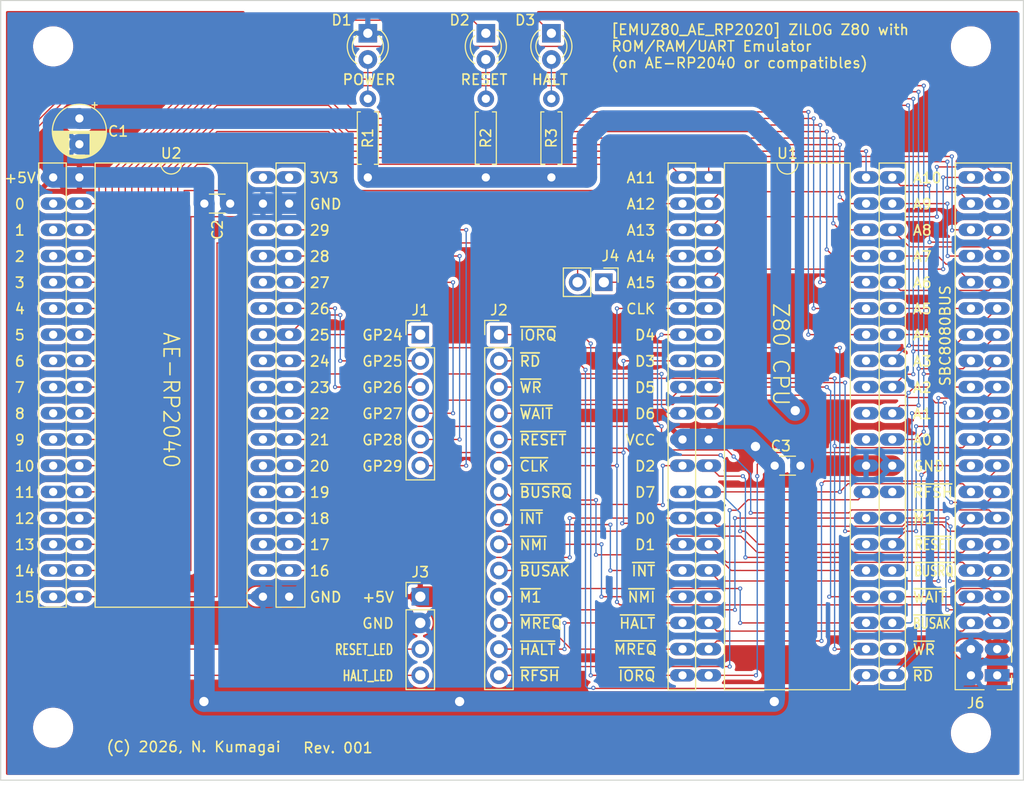
<source format=kicad_pcb>
(kicad_pcb (version 20241229) (generator "pcbnew") (generator_version "9.0")
  (title_block (title "EMUZ80_AE_RP2040") (rev "Rev001") (company "Norihiro Kumagai"))
  (layers (0 "F.Cu" signal) (2 "B.Cu" signal) (13 "F.Paste" user) (15 "B.Paste" user) (5 "F.SilkS" user "F.Silkscreen") (7 "B.SilkS" user "B.Silkscreen") (1 "F.Mask" user) (3 "B.Mask" user) (25 "Edge.Cuts" user))
  (net 0 "")
  (net 1 "GND")
  (net 2 "+5V")
  (net 3 "Net-(D3-A)")
  (net 4 "/RESET_LED")
  (net 5 "/HALT_LED")
  (net 6 "Net-(D2-A)")
  (net 7 "/GP25")
  (net 8 "/GP29")
  (net 9 "/GP24")
  (net 10 "/GP27")
  (net 11 "/GP28")
  (net 12 "/GP26")
  (net 13 "/HALT")
  (net 14 "/RFSH")
  (net 15 "/CLK")
  (net 16 "/M1")
  (net 17 "/INT")
  (net 18 "/RD")
  (net 19 "/NMI")
  (net 20 "/IORQ")
  (net 21 "/WAIT")
  (net 22 "/BUSRQ")
  (net 23 "/BUSAK")
  (net 24 "/MREQ")
  (net 25 "/WR")
  (net 26 "/RESET")
  (net 27 "/A15")
  (net 28 "Net-(J4-Pin_2)")
  (net 29 "/D0")
  (net 30 "/A6")
  (net 31 "/D4")
  (net 32 "/D1")
  (net 33 "/A7")
  (net 34 "/D6")
  (net 35 "/A12")
  (net 36 "/A11")
  (net 37 "/A14")
  (net 38 "/A5")
  (net 39 "/A2")
  (net 40 "/A13")
  (net 41 "/A8")
  (net 42 "/A10")
  (net 43 "/A4")
  (net 44 "/D5")
  (net 45 "/A3")
  (net 46 "/D2")
  (net 47 "/A0")
  (net 50 "Net-(D1-A)")
  (net 51 "/A1")
  (net 52 "/A9")
  (net 53 "/D7")
  (net 54 "/D3")
  (footprint "local-f:LED_D3.0mm" (layer "F.Cu") (at 150.375 69.88 -90)
    (property "Reference" "D2")
    (property "Value" "GREEN")
  )
  (footprint "Connector_PinHeader_2.54mm:PinHeader_1x06_P2.54mm_Vertical" (layer "F.Cu") (at 144.025 99.09)
    (property "Reference" "J1")
    (property "Value" "Conn_01x06_Pin")
  )
  (footprint "local-f:R_Axial_L5.5mm_D2.0mm_P7.62mm_Horizontal" (layer "F.Cu") (at 138.945 83.85 90)
    (property "Reference" "R1")
    (property "Value" "1k")
  )
  (footprint "MountingHole:MountingHole_3.5mm" (layer "F.Cu") (at 108.465 137.19)
    (property "Reference" "H1" (hide yes))
    (property "Value" "MountingHole" (hide yes))
  )
  (footprint "local-f:LED_D3.0mm" (layer "F.Cu") (at 156.725 69.88 -90)
    (property "Reference" "D3")
    (property "Value" "YELLOW")
  )
  (footprint "local-f:PinSocket_2x20_OvalPad" (layer "F.Cu") (at 199.905 132.11 180)
    (property "Reference" "J6")
    (property "Value" "Conn_02x20_Odd_Even" (hide yes))
  )
  (footprint "local-f:R_Axial_L5.5mm_D2.0mm_P7.62mm_Horizontal" (layer "F.Cu") (at 150.375 83.85 90)
    (property "Reference" "R2")
    (property "Value" "1k")
  )
  (footprint "MountingHole:MountingHole_3.5mm" (layer "F.Cu") (at 197.365 71.15)
    (property "Reference" "H3" (hide yes))
    (property "Value" "MountingHole")
  )
  (footprint "Connector_PinHeader_2.54mm:PinHeader_1x02_P2.54mm_Vertical" (layer "F.Cu") (at 161.805 94.01 -90)
    (property "Reference" "J4")
    (property "Value" "Conn_01x02_Pin_flat")
  )
  (footprint "MountingHole:MountingHole_3.5mm" (layer "F.Cu") (at 197.365 137.698)
    (property "Reference" "H2" (hide yes))
    (property "Value" "MountingHole")
  )
  (footprint "Capacitor_THT:C_Disc_D3.0mm_W1.6mm_P2.50mm" (layer "F.Cu") (at 123.11 86.39)
    (property "Reference" "C2")
    (property "Value" "0.1u")
  )
  (footprint "local-f:DIP-40_SidePin_Z80" (layer "F.Cu") (at 171.965 83.85)
    (property "Reference" "U1")
    (property "Value" "Z80CPU" (hide yes))
  )
  (footprint "Capacitor_THT:C_Disc_D3.0mm_W1.6mm_P2.50mm" (layer "F.Cu") (at 178.355 111.79)
    (property "Reference" "C3")
    (property "Value" "0.1u")
  )
  (footprint "Connector_PinHeader_2.54mm:PinHeader_1x14_P2.54mm_Vertical" (layer "F.Cu") (at 151.645 99.09)
    (property "Reference" "J2")
    (property "Value" "Conn_01x14_Pin")
  )
  (footprint "Connector_PinHeader_2.54mm:PinHeader_1x04_P2.54mm_Vertical" (layer "F.Cu") (at 144.025 124.49)
    (property "Reference" "J3")
    (property "Value" "Conn_01x04_Pin")
  )
  (footprint "local-f:DIP-34_SidePin_AE_RP2040" (layer "F.Cu") (at 111.005 83.85)
    (property "Reference" "U2")
    (property "Value" "AE_RP2040" (hide yes))
  )
  (footprint "local-f:R_Axial_L5.5mm_D2.0mm_P7.62mm_Horizontal" (layer "F.Cu") (at 156.725 83.85 90)
    (property "Reference" "R3")
    (property "Value" "1k")
  )
  (footprint "MountingHole:MountingHole_3.5mm" (layer "F.Cu") (at 108.465 71.15)
    (property "Reference" "H3" (hide yes))
    (property "Value" "MountingHole")
  )
  (footprint "local-f:LED_D3.0mm" (layer "F.Cu") (at 138.945 69.88 -90)
    (property "Reference" "D1")
    (property "Value" "RED")
  )
  (footprint "Capacitor_THT:CP_Radial_D5.0mm_P2.50mm" (layer "F.Cu") (at 111.005 78.135 -90)
    (property "Reference" "C1")
    (property "Value" "10uF")
  )
  (gr_line (start 171.457 111.917) (end 171.457 111.663) (stroke (width 0.2)) (layer "F.Cu") (net 46))
  (gr_line (start 103.385 142.27) (end 103.385 66.705) (stroke (width 0.1)) (layer "Edge.Cuts"))
  (gr_line (start 202.445 66.705) (end 202.445 142.27) (stroke (width 0.1)) (layer "Edge.Cuts"))
  (gr_line (start 202.445 142.27) (end 103.385 142.27) (stroke (width 0.1)) (layer "Edge.Cuts"))
  (gr_line (start 202.445 66.705) (end 103.385 66.705) (stroke (width 0.1)) (layer "Edge.Cuts"))
  (gr_text "D3" (at 166.885 102.265 0) (layer "F.SilkS") (effects (font (size 1 1) (thickness 0.16)) (justify right bottom)))
  (gr_text "29" (at 133.23 89.565 0) (layer "F.SilkS") (effects (font (size 1 1) (thickness 0.16)) (justify left bottom)))
  (gr_text "A7" (at 191.65 92.105 0) (layer "F.SilkS") (effects (font (size 1 1) (thickness 0.16)) (justify left bottom)))
  (gr_text "25" (at 133.23 99.725 0) (layer "F.SilkS") (effects (font (size 1 1) (thickness 0.16)) (justify left bottom)))
  (gr_text "1" (at 104.655 89.565 0) (layer "F.SilkS") (effects (font (size 1 1) (thickness 0.16)) (justify left bottom)))
  (gr_text "POWER" (at 136.405 74.96 0) (layer "F.SilkS") (effects (font (size 1 1) (thickness 0.16)) (justify left bottom)))
  (gr_text "A10" (at 191.65 84.485 0) (layer "F.SilkS") (effects (font (size 1 1) (thickness 0.16)) (justify left bottom)))
  (gr_text "A2" (at 191.65 104.805 0) (layer "F.SilkS") (effects (font (size 1 1) (thickness 0.16)) (justify left bottom)))
  (gr_text "4" (at 104.655 97.185 0) (layer "F.SilkS") (effects (font (size 1 1) (thickness 0.16)) (justify left bottom)))
  (gr_text "24" (at 133.23 102.265 0) (layer "F.SilkS") (effects (font (size 1 1) (thickness 0.16)) (justify left bottom)))
  (gr_text "+5V" (at 138.31 125.125 0) (layer "F.SilkS") (effects (font (size 1 1) (thickness 0.16)) (justify left bottom)))
  (gr_text "D4" (at 166.885 99.725 0) (layer "F.SilkS") (effects (font (size 1 1) (thickness 0.16)) (justify right bottom)))
  (gr_text "GP24" (at 138.31 99.725 0) (layer "F.SilkS") (effects (font (size 1 1) (thickness 0.16)) (justify left bottom)))
  (gr_text "GND" (at 133.23 125.125 0) (layer "F.SilkS") (effects (font (size 1 1) (thickness 0.16)) (justify left bottom)))
  (gr_text "~{M1}" (at 191.65 117.505 0) (layer "F.SilkS") (effects (font (size 1 1) (thickness 0.16)) (justify left bottom)))
  (gr_text "D0" (at 166.885 117.505 0) (layer "F.SilkS") (effects (font (size 1 1) (thickness 0.16)) (justify right bottom)))
  (gr_text "7" (at 104.655 104.805 0) (layer "F.SilkS") (effects (font (size 1 1) (thickness 0.16)) (justify left bottom)))
  (gr_text "~{RD}" (at 153.55 102.265 0) (layer "F.SilkS") (effects (font (size 1 1) (thickness 0.16)) (justify left bottom)))
  (gr_text "2" (at 104.655 92.105 0) (layer "F.SilkS") (effects (font (size 1 1) (thickness 0.16)) (justify left bottom)))
  (gr_text "~{BUSRQ}" (at 153.55 114.965 0) (layer "F.SilkS") (effects (font (size 1 1) (thickness 0.16)) (justify left bottom)))
  (gr_text "~{BUSAK}" (at 153.55 122.585 0) (layer "F.SilkS") (effects (font (size 1 1) (thickness 0.16)) (justify left bottom)))
  (gr_text "3V3" (at 133.23 84.485 0) (layer "F.SilkS") (effects (font (size 1 1) (thickness 0.16)) (justify left bottom)))
  (gr_text "8" (at 104.655 107.345 0) (layer "F.SilkS") (effects (font (size 1 1) (thickness 0.16)) (justify left bottom)))
  (gr_text "A8" (at 191.65 89.565 0) (layer "F.SilkS") (effects (font (size 1 1) (thickness 0.16)) (justify left bottom)))
  (gr_text "GND" (at 133.23 87.025 0) (layer "F.SilkS") (effects (font (size 1 1) (thickness 0.16)) (justify left bottom)))
  (gr_text "HALT" (at 154.737301 74.96 0) (layer "F.SilkS") (effects (font (size 1 1) (thickness 0.16)) (justify left bottom)))
  (gr_text "14" (at 104.655 122.585 0) (layer "F.SilkS") (effects (font (size 1 1) (thickness 0.16)) (justify left bottom)))
  (gr_text "A11" (at 166.885 84.485 0) (layer "F.SilkS") (effects (font (size 1 1) (thickness 0.16)) (justify right bottom)))
  (gr_text "D5" (at 166.885 104.805 0) (layer "F.SilkS") (effects (font (size 1 1) (thickness 0.16)) (justify right bottom)))
  (gr_text "~{RESET}" (at 153.55 109.885 0) (layer "F.SilkS") (effects (font (size 1 1) (thickness 0.16)) (justify left bottom)))
  (gr_text "27" (at 133.23 94.645 0) (layer "F.SilkS") (effects (font (size 1 1) (thickness 0.16)) (justify left bottom)))
  (gr_text "~{INT}" (at 166.885 122.585 0) (layer "F.SilkS") (effects (font (size 1 1) (thickness 0.16)) (justify right bottom)))
  (gr_text "A12" (at 166.885 87.025 0) (layer "F.SilkS") (effects (font (size 1 1) (thickness 0.16)) (justify right bottom)))
  (gr_text "28" (at 133.23 92.105 0) (layer "F.SilkS") (effects (font (size 1 1) (thickness 0.16)) (justify left bottom)))
  (gr_text "6" (at 104.655 102.265 0) (layer "F.SilkS") (effects (font (size 1 1) (thickness 0.16)) (justify left bottom)))
  (gr_text "A1" (at 191.65 107.345 0) (layer "F.SilkS") (effects (font (size 1 1) (thickness 0.16)) (justify left bottom)))
  (gr_text "~{WAIT}" (at 191.65 125.125 0) (layer "F.SilkS") (effects (font (size 1 1) (thickness 0.16)) (justify left bottom)))
  (gr_text "A15" (at 166.885 94.645 0) (layer "F.SilkS") (effects (font (size 1 1) (thickness 0.16)) (justify right bottom)))
  (gr_text "~{RFSH}" (at 153.55 132.745 0) (layer "F.SilkS") (effects (font (size 1 1) (thickness 0.16)) (justify left bottom)))
  (gr_text "~{HALT}" (at 153.55 130.205 0) (layer "F.SilkS") (effects (font (size 1 1) (thickness 0.16)) (justify left bottom)))
  (gr_text "~{NMI}" (at 166.885 125.125 0) (layer "F.SilkS") (effects (font (size 1 1) (thickness 0.153)) (justify right bottom)))
  (gr_text "AE-RP2040" (at 119.895 105.44 270) (layer "F.SilkS") (effects (font (size 1.5 1.5) (thickness 0.153))))
  (gr_text "A14" (at 166.885 92.105 0) (layer "F.SilkS") (effects (font (size 1 1) (thickness 0.153)) (justify right bottom)))
  (gr_text "A3" (at 191.65 102.265 0) (layer "F.SilkS") (effects (font (size 1 1) (thickness 0.153)) (justify left bottom)))
  (gr_text "A9" (at 191.65 87.025 0) (layer "F.SilkS") (effects (font (size 1 1) (thickness 0.153)) (justify left bottom)))
  (gr_text "Z80 CPU" (at 178.95 100.995 270) (layer "F.SilkS") (effects (font (size 1.5 1.5) (thickness 0.153))))
  (gr_text "21" (at 133.23 109.885 0) (layer "F.SilkS") (effects (font (size 1 1) (thickness 0.153)) (justify left bottom)))
  (gr_text "~{M1}" (at 153.55 125.125 0) (layer "F.SilkS") (effects (font (size 1 1) (thickness 0.153)) (justify left bottom)))
  (gr_text "~{IORQ}" (at 153.55 99.725 0) (layer "F.SilkS") (effects (font (size 1 1) (thickness 0.153)) (justify left bottom)))
  (gr_text "17" (at 133.23 120.045 0) (layer "F.SilkS") (effects (font (size 1 1) (thickness 0.153)) (justify left bottom)))
  (gr_text "SBC8080BUS" (at 195.46 104.17 90) (layer "F.SilkS") (effects (font (size 1 1) (thickness 0.153)) (justify left bottom)))
  (gr_text "D6" (at 166.885 107.345 0) (layer "F.SilkS") (effects (font (size 1 1) (thickness 0.153)) (justify right bottom)))
  (gr_text "GND" (at 138.31 127.665 0) (layer "F.SilkS") (effects (font (size 1 1) (thickness 0.153)) (justify left bottom)))
  (gr_text "~{HALT}" (at 166.885 127.665 0) (layer "F.SilkS") (effects (font (size 1 1) (thickness 0.153)) (justify right bottom)))
  (gr_text "18" (at 133.23 117.505 0) (layer "F.SilkS") (effects (font (size 1 1) (thickness 0.153)) (justify left bottom)))
  (gr_text "23" (at 133.23 104.805 0) (layer "F.SilkS") (effects (font (size 1 1) (thickness 0.153)) (justify left bottom)))
  (gr_text "GP29" (at 138.31 112.425 0) (layer "F.SilkS") (effects (font (size 1 1) (thickness 0.153)) (justify left bottom)))
  (gr_text "5" (at 104.655 99.725 0) (layer "F.SilkS") (effects (font (size 1 1) (thickness 0.153)) (justify left bottom)))
  (gr_text "26" (at 133.23 97.185 0) (layer "F.SilkS") (effects (font (size 1 1) (thickness 0.153)) (justify left bottom)))
  (gr_text "~{BUSRQ}" (at 191.777 122.585 0) (layer "F.SilkS") (effects (font (size 1 0.75) (thickness 0.153) (bold yes)) (justify left bottom)))
  (gr_text "~{RESET}" (at 191.8024 120.045 0) (layer "F.SilkS") (effects (font (size 1 0.8) (thickness 0.153) (bold yes)) (justify left bottom)))
  (gr_text "Rev. 001" (at 132.595 139.73 0) (layer "F.SilkS") (effects (font (size 1 1) (thickness 0.153)) (justify left bottom)))
  (gr_text "12" (at 104.655 117.505 0) (layer "F.SilkS") (effects (font (size 1 1) (thickness 0.153)) (justify left bottom)))
  (gr_text "~{WR}" (at 191.65 130.205 0) (layer "F.SilkS") (effects (font (size 1 1) (thickness 0.153)) (justify left bottom)))
  (gr_text "~{MREQ}" (at 167.005 130.175 0) (layer "F.SilkS") (effects (font (size 1 1) (thickness 0.153)) (justify right bottom)))
  (gr_text "GND" (at 191.65 112.425 0) (layer "F.SilkS") (effects (font (size 1 1) (thickness 0.153)) (justify left bottom)))
  (gr_text "HALT_LED" (at 141.485 132.745 0) (layer "F.SilkS") (effects (font (size 1 0.7) (thickness 0.153) (bold yes)) (justify right bottom)))
  (gr_text "~{WR}" (at 153.55 104.805 0) (layer "F.SilkS") (effects (font (size 1 1) (thickness 0.153)) (justify left bottom)))
  (gr_text "11" (at 104.655 114.965 0) (layer "F.SilkS") (effects (font (size 1 1) (thickness 0.153)) (justify left bottom)))
  (gr_text "A4" (at 191.65 99.725 0) (layer "F.SilkS") (effects (font (size 1 1) (thickness 0.153)) (justify left bottom)))
  (gr_text "RESET_LED" (at 141.485 130.205 0) (layer "F.SilkS") (effects (font (size 1 0.7) (thickness 0.153) (bold yes)) (justify right bottom)))
  (gr_text "19" (at 133.23 114.965 0) (layer "F.SilkS") (effects (font (size 1 1) (thickness 0.153)) (justify left bottom)))
  (gr_text "16" (at 133.23 122.585 0) (layer "F.SilkS") (effects (font (size 1 1) (thickness 0.153)) (justify left bottom)))
  (gr_text "D2" (at 166.885 112.425 0) (layer "F.SilkS") (effects (font (size 1 1) (thickness 0.153)) (justify right bottom)))
  (gr_text "(C) 2026, N. Kumagai" (at 113.545 138.46 0) (layer "F.SilkS") (effects (font (size 1 1) (thickness 0.153)) (justify left top)))
  (gr_text "CLK" (at 166.885 97.185 0) (layer "F.SilkS") (effects (font (size 1 1) (thickness 0.153)) (justify right bottom)))
  (gr_text "~{CLK}" (at 153.55 112.425 0) (layer "F.SilkS") (effects (font (size 1 1) (thickness 0.153)) (justify left bottom)))
  (gr_text "22" (at 133.23 107.345 0) (layer "F.SilkS") (effects (font (size 1 1) (thickness 0.153)) (justify left bottom)))
  (gr_text "GP28" (at 138.31 109.885 0) (layer "F.SilkS") (effects (font (size 1 1) (thickness 0.153)) (justify left bottom)))
  (gr_text "GP26" (at 138.31 104.805 0) (layer "F.SilkS") (effects (font (size 1 1) (thickness 0.153)) (justify left bottom)))
  (gr_text "GP27" (at 138.31 107.345 0) (layer "F.SilkS") (effects (font (size 1 1) (thickness 0.153)) (justify left bottom)))
  (gr_text "13" (at 104.655 120.045 0) (layer "F.SilkS") (effects (font (size 1 1) (thickness 0.153)) (justify left bottom)))
  (gr_text "9" (at 104.655 109.885 0) (layer "F.SilkS") (effects (font (size 1 1) (thickness 0.153)) (justify left bottom)))
  (gr_text "3" (at 104.655 94.645 0) (layer "F.SilkS") (effects (font (size 1 1) (thickness 0.153)) (justify left bottom)))
  (gr_text "~{RD}" (at 193.809 132.745 0) (layer "F.SilkS") (effects (font (size 1 1) (thickness 0.153)) (justify right bottom)))
  (gr_text "[EMUZ80_AE_RP2020] ZILOG Z80 with \nROM/RAM/UART Emulator\n(on AE-RP2040 or compatibles) " (at 162.44 71.15 0) (layer "F.SilkS") (effects (font (size 1 1) (thickness 0.153)) (justify left)))
  (gr_text "A5" (at 191.65 97.185 0) (layer "F.SilkS") (effects (font (size 1 1) (thickness 0.153)) (justify left bottom)))
  (gr_text "15" (at 104.655 125.125 0) (layer "F.SilkS") (effects (font (size 1 1) (thickness 0.153)) (justify left bottom)))
  (gr_text "~{BUSAK}" (at 191.65 127.665 0) (layer "F.SilkS") (effects (font (size 1 0.75) (thickness 0.153) (bold yes)) (justify left bottom)))
  (gr_text "A13" (at 166.885 89.565 0) (layer "F.SilkS") (effects (font (size 1 1) (thickness 0.153)) (justify right bottom)))
  (gr_text "+5V" (at 103.639 84.485 0) (layer "F.SilkS") (effects (font (size 1 1) (thickness 0.153)) (justify left bottom)))
  (gr_text "A6" (at 191.65 94.645 0) (layer "F.SilkS") (effects (font (size 1 1) (thickness 0.153)) (justify left bottom)))
  (gr_text "10" (at 104.655 112.425 0) (layer "F.SilkS") (effects (font (size 1 1) (thickness 0.153)) (justify left bottom)))
  (gr_text "20" (at 133.23 112.425 0) (layer "F.SilkS") (effects (font (size 1 1) (thickness 0.153)) (justify left bottom)))
  (gr_text "~{WAIT}" (at 153.55 107.345 0) (layer "F.SilkS") (effects (font (size 1 1) (thickness 0.153)) (justify left bottom)))
  (gr_text "~{INT}" (at 153.55 117.505 0) (layer "F.SilkS") (effects (font (size 1 1) (thickness 0.153)) (justify left bottom)))
  (gr_text "D1" (at 166.885 120.045 0) (layer "F.SilkS") (effects (font (size 1 1) (thickness 0.153)) (justify right bottom)))
  (gr_text "~{RFSH}" (at 191.65 114.965 0) (layer "F.SilkS") (effects (font (size 1 1) (thickness 0.153)) (justify left bottom)))
  (gr_text "VCC" (at 166.885 109.885 0) (layer "F.SilkS") (effects (font (size 1 1) (thickness 0.153)) (justify right bottom)))
  (gr_text "D7" (at 166.885 114.965 0) (layer "F.SilkS") (effects (font (size 1 1) (thickness 0.153)) (justify right bottom)))
  (gr_text "~{IORQ}" (at 166.885 132.745 0) (layer "F.SilkS") (effects (font (size 1 1) (thickness 0.153)) (justify right bottom)))
  (gr_text "~{MREQ}" (at 153.55 127.665 0) (layer "F.SilkS") (effects (font (size 1 1) (thickness 0.153)) (justify left bottom)))
  (gr_text "~{NMI}" (at 153.55 120.045 0) (layer "F.SilkS") (effects (font (size 1 1) (thickness 0.153)) (justify left bottom)))
  (gr_text "0" (at 104.655 87.025 0) (layer "F.SilkS") (effects (font (size 1 1) (thickness 0.153)) (justify left bottom)))
  (gr_text "RESET" (at 147.835 74.96 0) (layer "F.SilkS") (effects (font (size 1 1) (thickness 0.153)) (justify left bottom)))
  (gr_text "GP25" (at 138.31 102.265 0) (layer "F.SilkS") (effects (font (size 1 1) (thickness 0.153)) (justify left bottom)))
  (gr_text "A0" (at 191.65 109.885 0) (layer "F.SilkS") (effects (font (size 1 1) (thickness 0.153)) (justify left bottom)))
  (segment (start 116.125 80.635) (end 126.88 69.88) (width 0.127) (layer "F.Cu") (net 1))
  (segment (start 111.005 80.635) (end 116.125 80.635) (width 0.127) (layer "F.Cu") (net 1))
  (segment (start 138.945 69.88) (end 126.88 69.88) (width 0.127) (layer "F.Cu") (net 1))
  (segment (start 180.855 111.79) (end 189.745 111.79) (width 2) (layer "F.Cu") (net 1))
  (segment (start 192.539 132.618) (end 190.507 134.65) (width 2) (layer "B.Cu") (net 1))
  (segment (start 111.005 80.635) (end 125.6462 80.635) (width 2) (layer "B.Cu") (net 1))
  (segment (start 125.61 86.39) (end 138.945 86.39) (width 2) (layer "B.Cu") (net 1))
  (segment (start 162.44 80.675) (end 162.44 86.39) (width 2) (layer "B.Cu") (net 1))
  (segment (start 128.785 124.49) (end 138.945 124.49) (width 2) (layer "B.Cu") (net 1))
  (segment (start 125.6462 80.635) (end 125.6608 80.6496) (width 2) (layer "B.Cu") (net 1))
  (segment (start 125.6608 80.6496) (end 125.61 80.7004) (width 2) (layer "B.Cu") (net 1))
  (segment (start 175.775 105.44) (end 175.775 81.183) (width 2) (layer "B.Cu") (net 1))
  (segment (start 180.855 111.79) (end 180.855 110.52) (width 2) (layer "B.Cu") (net 1))
  (segment (start 138.945 86.39) (end 162.44 86.39) (width 2) (layer "B.Cu") (net 1))
  (segment (start 192.539 132.11) (end 192.539 132.618) (width 2) (layer "B.Cu") (net 1))
  (segment (start 197.365 132.11) (end 192.539 132.11) (width 2) (layer "B.Cu") (net 1))
  (segment (start 138.945 124.49) (end 138.945 127.03) (width 2) (layer "B.Cu") (net 1))
  (segment (start 197.365 132.11) (end 197.365 129.57) (width 2) (layer "B.Cu") (net 1))
  (segment (start 128.785 124.49) (end 131.325 124.49) (width 0.127) (layer "B.Cu") (net 1))
  (segment (start 180.855 111.79) (end 180.855 134.65) (width 2) (layer "B.Cu") (net 1))
  (segment (start 138.945 127.03) (end 144.025 127.03) (width 2) (layer "B.Cu") (net 1))
  (segment (start 125.61 80.7004) (end 125.61 86.39) (width 2) (layer "B.Cu") (net 1))
  (segment (start 175.775 81.183) (end 175.267 80.675) (width 2) (layer "B.Cu") (net 1))
  (segment (start 175.267 80.675) (end 162.44 80.675) (width 2) (layer "B.Cu") (net 1))
  (segment (start 138.945 86.39) (end 138.945 124.49) (width 2) (layer "B.Cu") (net 1))
  (segment (start 180.855 134.65) (end 190.507 134.65) (width 2) (layer "B.Cu") (net 1))
  (segment (start 125.61 86.39) (end 131.325 86.39) (width 1.27) (layer "B.Cu") (net 1))
  (segment (start 180.855 110.52) (end 175.775 105.44) (width 2) (layer "B.Cu") (net 1))
  (segment (start 178.315 134.65) (end 198.635 134.65) (width 2) (layer "F.Cu") (net 2))
  (segment (start 199.905 133.38) (end 199.905 129.57) (width 2) (layer "F.Cu") (net 2))
  (segment (start 123.07 134.65) (end 178.315 134.65) (width 2) (layer "F.Cu") (net 2))
  (segment (start 138.945 83.85) (end 156.725 83.85) (width 0.127) (layer "F.Cu") (net 2))
  (segment (start 198.635 134.65) (end 199.905 133.38) (width 2) (layer "F.Cu") (net 2))
  (segment (start 144.025 124.49) (end 147.835 124.49) (width 2) (layer "F.Cu") (net 2))
  (segment (start 180.347 106.456) (end 176.4935 109.9285) (width 2) (layer "F.Cu") (net 2))
  (segment (start 178.355 111.725) (end 178.355 111.79) (width 1.27) (layer "F.Cu") (net 2))
  (segment (start 147.835 124.49) (end 147.835 134.65) (width 2) (layer "F.Cu") (net 2))
  (via (at 176.4935 109.9285) (size 1.27) (drill 0.9) (layers "F.Cu" "B.Cu") (net 2))
  (via (at 123.07 134.65) (size 1.27) (drill 0.9) (layers "F.Cu" "B.Cu") (net 2))
  (via (at 178.315 134.65) (size 1.27) (drill 0.9) (layers "F.Cu" "B.Cu") (net 2))
  (via (at 180.347 106.456) (size 1.27) (drill 0.9) (layers "F.Cu" "B.Cu") (net 2))
  (via (at 147.835 134.65) (size 1.27) (drill 0.9) (layers "F.Cu" "B.Cu") (net 2))
  (segment (start 175.7665 109.2015) (end 169.4735 109.2015) (width 2) (layer "B.Cu") (net 2))
  (segment (start 178.355 134.356) (end 178.355 131.963) (width 2) (layer "B.Cu") (net 2))
  (segment (start 178.315 132.003) (end 178.315 134.65) (width 0.127) (layer "B.Cu") (net 2))
  (segment (start 123.07 134.65) (end 155.709 134.65) (width 2) (layer "B.Cu") (net 2))
  (segment (start 180.347 106.456) (end 178.95 105.059) (width 2) (layer "B.Cu") (net 2))
  (segment (start 111.005 78.135) (end 111.028 78.158) (width 2) (layer "B.Cu") (net 2))
  (segment (start 123.11 86.39) (end 123.11 134.61) (width 2) (layer "B.Cu") (net 2))
  (segment (start 178.355 129.57) (end 178.355 111.79) (width 2) (layer "B.Cu") (net 2))
  (segment (start 123.07 86.35) (end 123.11 86.39) (width 2) (layer "B.Cu") (net 2))
  (segment (start 161.756446 78.349108) (end 160.154 79.951554) (width 2) (layer "B.Cu") (net 2))
  (segment (start 178.95 105.059) (end 178.95 81.183) (width 2) (layer "B.Cu") (net 2))
  (segment (start 178.315 134.65) (end 156.217 134.65) (width 2) (layer "B.Cu") (net 2))
  (segment (start 178.355 131.963) (end 178.315 132.003) (width 0.127) (layer "B.Cu") (net 2))
  (segment (start 176.4935 109.9285) (end 178.355 111.79) (width 2) (layer "B.Cu") (net 2))
  (segment (start 178.95 81.183) (end 176.116108 78.349108) (width 2) (layer "B.Cu") (net 2))
  (segment (start 176.4935 109.9285) (end 175.7665 109.2015) (width 2) (layer "B.Cu") (net 2))
  (segment (start 111.028 78.158) (end 138.945 78.158) (width 2) (layer "B.Cu") (net 2))
  (segment (start 138.945 78.158) (end 138.945 83.85) (width 2) (layer "B.Cu") (net 2))
  (segment (start 160.154 83.85) (end 138.945 83.85) (width 2) (layer "B.Cu") (net 2))
  (segment (start 176.116108 78.349108) (end 161.756446 78.349108) (width 2) (layer "B.Cu") (net 2))
  (segment (start 169.4735 109.2015) (end 169.425 109.25) (width 2) (layer "B.Cu") (net 2))
  (segment (start 178.355 131.963) (end 178.355 129.57) (width 2) (layer "B.Cu") (net 2))
  (segment (start 108.465 83.85) (end 123.07 83.85) (width 2) (layer "B.Cu") (net 2))
  (segment (start 108.7698 78.135) (end 108.465 78.4398) (width 2) (layer "B.Cu") (net 2))
  (segment (start 156.217 134.65) (end 155.963 134.65) (width 2) (layer "B.Cu") (net 2))
  (segment (start 123.11 134.61) (end 123.07 134.65) (width 2) (layer "B.Cu") (net 2))
  (segment (start 160.154 79.951554) (end 160.154 83.85) (width 2) (layer "B.Cu") (net 2))
  (segment (start 156.217 134.65) (end 155.963 134.396) (width 0.127) (layer "B.Cu") (net 2))
  (segment (start 111.005 78.135) (end 108.7698 78.135) (width 2) (layer "B.Cu") (net 2))
  (segment (start 123.07 83.85) (end 123.07 86.35) (width 2) (layer "B.Cu") (net 2))
  (segment (start 108.465 78.4398) (end 108.465 83.85) (width 2) (layer "B.Cu") (net 2))
  (segment (start 156.725 72.42) (end 156.725 76.23) (width 0.127) (layer "B.Cu") (net 3))
  (segment (start 105.29 129.57) (end 144.025 129.57) (width 0.127) (layer "F.Cu") (net 4))
  (segment (start 127.515 68.61) (end 119.895 76.23) (width 0.127) (layer "F.Cu") (net 4))
  (segment (start 149.105 68.61) (end 127.515 68.61) (width 0.127) (layer "F.Cu") (net 4))
  (segment (start 150.375 69.88) (end 149.105 68.61) (width 0.127) (layer "F.Cu") (net 4))
  (segment (start 119.895 76.23) (end 109.735 76.23) (width 0.127) (layer "F.Cu") (net 4))
  (segment (start 105.29 80.675) (end 105.29 129.57) (width 0.127) (layer "F.Cu") (net 4))
  (segment (start 109.735 76.23) (end 105.29 80.675) (width 0.127) (layer "F.Cu") (net 4))
  (segment (start 127.515 67.975) (end 154.82 67.975) (width 0.127) (layer "F.Cu") (net 5))
  (segment (start 104.655 132.11) (end 104.655 80.675) (width 0.127) (layer "F.Cu") (net 5))
  (segment (start 119.895 75.595) (end 127.515 67.975) (width 0.127) (layer "F.Cu") (net 5))
  (segment (start 104.655 80.675) (end 109.735 75.595) (width 0.127) (layer "F.Cu") (net 5))
  (segment (start 154.82 67.975) (end 156.725 69.88) (width 0.127) (layer "F.Cu") (net 5))
  (segment (start 144.025 132.11) (end 104.655 132.11) (width 0.127) (layer "F.Cu") (net 5))
  (segment (start 109.735 75.595) (end 119.895 75.595) (width 0.127) (layer "F.Cu") (net 5))
  (segment (start 150.375 72.42) (end 150.375 76.23) (width 0.127) (layer "B.Cu") (net 6))
  (segment (start 136.278 97.185) (end 133.23 97.185) (width 0.127) (layer "F.Cu") (net 7))
  (segment (start 136.278 101.63) (end 144.025 101.63) (width 0.127) (layer "F.Cu") (net 7))
  (segment (start 133.23 97.185) (end 131.325 99.09) (width 0.127) (layer "F.Cu") (net 7))
  (via (at 136.278 101.63) (size 0.4) (drill 0.2) (layers "F.Cu" "B.Cu") (net 7))
  (via (at 136.278 97.185) (size 0.4) (drill 0.2) (layers "F.Cu" "B.Cu") (net 7))
  (segment (start 136.278 101.63) (end 136.278 97.185) (width 0.127) (layer "B.Cu") (net 7))
  (segment (start 128.785 99.09) (end 131.325 99.09) (width 0.127) (layer "B.Cu") (net 7))
  (segment (start 148.47 88.93) (end 131.325 88.93) (width 0.127) (layer "F.Cu") (net 8))
  (segment (start 148.47 111.79) (end 144.025 111.79) (width 0.127) (layer "F.Cu") (net 8))
  (via (at 148.47 88.93) (size 0.4) (drill 0.2) (layers "F.Cu" "B.Cu") (net 8))
  (via (at 148.47 111.79) (size 0.4) (drill 0.2) (layers "F.Cu" "B.Cu") (net 8))
  (segment (start 128.785 88.93) (end 131.325 88.93) (width 0.127) (layer "B.Cu") (net 8))
  (segment (start 148.47 88.93) (end 148.47 111.79) (width 0.127) (layer "B.Cu") (net 8))
  (segment (start 133.23 101.63) (end 133.865 100.995) (width 0.127) (layer "F.Cu") (net 9))
  (segment (start 133.865 100.995) (end 133.865 99.09) (width 0.127) (layer "F.Cu") (net 9))
  (segment (start 133.865 99.09) (end 144.025 99.09) (width 0.127) (layer "F.Cu") (net 9))
  (segment (start 131.325 101.63) (end 133.23 101.63) (width 0.127) (layer "F.Cu") (net 9))
  (segment (start 128.785 101.63) (end 131.325 101.63) (width 0.127) (layer "B.Cu") (net 9))
  (segment (start 147.2 106.71) (end 144.025 106.71) (width 0.127) (layer "F.Cu") (net 10))
  (segment (start 147.2 94.02) (end 131.325 94.02) (width 0.127) (layer "F.Cu") (net 10))
  (via (at 147.2 106.71) (size 0.4) (drill 0.2) (layers "F.Cu" "B.Cu") (net 10))
  (via (at 147.2 94.02) (size 0.4) (drill 0.2) (layers "F.Cu" "B.Cu") (net 10))
  (segment (start 147.2 94.02) (end 147.2 106.71) (width 0.127) (layer "B.Cu") (net 10))
  (segment (start 128.785 94.01) (end 131.315 94.01) (width 0.127) (layer "B.Cu") (net 10))
  (segment (start 131.315 94.01) (end 131.325 94.02) (width 0.127) (layer "B.Cu") (net 10))
  (segment (start 147.835 109.25) (end 144.025 109.25) (width 0.127) (layer "F.Cu") (net 11))
  (segment (start 131.325 91.47) (end 147.835 91.47) (width 0.127) (layer "F.Cu") (net 11))
  (via (at 147.835 109.25) (size 0.4) (drill 0.2) (layers "F.Cu" "B.Cu") (net 11))
  (via (at 147.835 91.47) (size 0.4) (drill 0.2) (layers "F.Cu" "B.Cu") (net 11))
  (segment (start 147.835 91.47) (end 147.835 109.25) (width 0.127) (layer "B.Cu") (net 11))
  (segment (start 128.785 91.47) (end 131.325 91.47) (width 0.127) (layer "B.Cu") (net 11))
  (segment (start 135.77 104.17) (end 144.025 104.17) (width 0.127) (layer "F.Cu") (net 12))
  (segment (start 131.325 96.54) (end 135.77 96.54) (width 0.127) (layer "F.Cu") (net 12))
  (via (at 135.77 96.54) (size 0.4) (drill 0.2) (layers "F.Cu" "B.Cu") (net 12))
  (via (at 135.77 104.17) (size 0.4) (drill 0.2) (layers "F.Cu" "B.Cu") (net 12))
  (segment (start 131.315 96.55) (end 131.325 96.54) (width 0.127) (layer "B.Cu") (net 12))
  (segment (start 135.77 104.17) (end 135.77 96.54) (width 0.127) (layer "B.Cu") (net 12))
  (segment (start 128.785 96.55) (end 131.315 96.55) (width 0.127) (layer "B.Cu") (net 12))
  (segment (start 196.5735 127.8215) (end 197.365 127.03) (width 0.127) (layer "F.Cu") (net 13))
  (segment (start 157.995 129.57) (end 151.645 129.57) (width 0.127) (layer "F.Cu") (net 13))
  (segment (start 157.995 127.03) (end 169.425 127.03) (width 0.127) (layer "F.Cu") (net 13))
  (segment (start 172.7565 127.8215) (end 196.5735 127.8215) (width 0.127) (layer "F.Cu") (net 13))
  (segment (start 171.965 127.03) (end 172.7565 127.8215) (width 0.127) (layer "F.Cu") (net 13))
  (via (at 157.995 127.03) (size 0.4) (drill 0.2) (layers "F.Cu" "B.Cu") (net 13))
  (via (at 157.995 129.57) (size 0.4) (drill 0.2) (layers "F.Cu" "B.Cu") (net 13))
  (segment (start 169.425 127.03) (end 171.965 127.03) (width 0.127) (layer "B.Cu") (net 13))
  (segment (start 157.995 127.03) (end 157.995 129.57) (width 0.127) (layer "B.Cu") (net 13))
  (segment (start 156.725 132.11) (end 151.645 132.11) (width 0.127) (layer "F.Cu") (net 14))
  (segment (start 156.725 132.11) (end 157.575 131.26) (width 0.127) (layer "F.Cu") (net 14))
  (segment (start 174.759 116.108) (end 175.775 115.092) (width 0.127) (layer "F.Cu") (net 14))
  (segment (start 186.443 115.092) (end 187.205 114.33) (width 0.127) (layer "F.Cu") (net 14))
  (segment (start 173.997 116.108) (end 174.759 116.108) (width 0.127) (layer "F.Cu") (net 14))
  (segment (start 175.775 115.092) (end 186.443 115.092) (width 0.127) (layer "F.Cu") (net 14))
  (segment (start 157.575 131.26) (end 173.997 131.26) (width 0.127) (layer "F.Cu") (net 14))
  (via (at 173.997 131.26) (size 0.4) (drill 0.2) (layers "F.Cu" "B.Cu") (net 14))
  (via (at 173.997 116.108) (size 0.4) (drill 0.2) (layers "F.Cu" "B.Cu") (net 14))
  (segment (start 173.997 131.26) (end 173.997 116.108) (width 0.127) (layer "B.Cu") (net 14))
  (segment (start 187.205 114.33) (end 189.745 114.33) (width 0.127) (layer "B.Cu") (net 14))
  (segment (start 163.3585 125.2815) (end 196.5735 125.2815) (width 0.127) (layer "F.Cu") (net 15))
  (segment (start 196.5735 125.2815) (end 197.365 124.49) (width 0.127) (layer "F.Cu") (net 15))
  (segment (start 163.075 124.998) (end 163.3585 125.2815) (width 0.127) (layer "F.Cu") (net 15))
  (segment (start 163.075 96.55) (end 169.425 96.55) (width 0.127) (layer "F.Cu") (net 15))
  (segment (start 151.645 111.79) (end 163.075 111.79) (width 0.127) (layer "F.Cu") (net 15))
  (via (at 163.075 124.998) (size 0.4) (drill 0.2) (layers "F.Cu" "B.Cu") (net 15))
  (via (at 163.075 96.55) (size 0.4) (drill 0.2) (layers "F.Cu" "B.Cu") (net 15))
  (via (at 163.075 111.79) (size 0.4) (drill 0.2) (layers "F.Cu" "B.Cu") (net 15))
  (segment (start 169.425 96.55) (end 171.965 96.55) (width 0.127) (layer "B.Cu") (net 15))
  (segment (start 163.075 111.79) (end 163.075 96.55) (width 0.127) (layer "B.Cu") (net 15))
  (segment (start 163.075 111.79) (end 163.075 124.998) (width 0.127) (layer "B.Cu") (net 15))
  (segment (start 157.995 125.76) (end 174.505 125.76) (width 0.127) (layer "F.Cu") (net 16))
  (segment (start 151.645 124.49) (end 156.725 124.49) (width 0.127) (layer "F.Cu") (net 16))
  (segment (start 181.49 116.87) (end 187.205 116.87) (width 0.127) (layer "F.Cu") (net 16))
  (segment (start 189.745 116.87) (end 195.079 116.87) (width 0.127) (layer "F.Cu") (net 16))
  (segment (start 195.079 125.76) (end 198.635 125.76) (width 0.127) (layer "F.Cu") (net 16))
  (segment (start 156.725 124.49) (end 157.995 125.76) (width 0.127) (layer "F.Cu") (net 16))
  (segment (start 198.635 125.76) (end 199.905 127.03) (width 0.127) (layer "F.Cu") (net 16))
  (segment (start 181.49 116.87) (end 174.505 116.87) (width 0.127) (layer "F.Cu") (net 16))
  (via (at 174.505 125.76) (size 0.4) (drill 0.2) (layers "F.Cu" "B.Cu") (net 16))
  (via (at 195.079 125.76) (size 0.4) (drill 0.2) (layers "F.Cu" "B.Cu") (net 16))
  (via (at 174.505 116.87) (size 0.4) (drill 0.2) (layers "F.Cu" "B.Cu") (net 16))
  (via (at 195.079 116.87) (size 0.4) (drill 0.2) (layers "F.Cu" "B.Cu") (net 16))
  (segment (start 187.205 116.87) (end 189.745 116.87) (width 0.127) (layer "B.Cu") (net 16))
  (segment (start 174.505 116.87) (end 174.505 125.76) (width 0.127) (layer "B.Cu") (net 16))
  (segment (start 195.079 116.87) (end 194.9415 117.0075) (width 0.127) (layer "B.Cu") (net 16))
  (segment (start 194.9415 125.6225) (end 195.079 125.76) (width 0.127) (layer "B.Cu") (net 16))
  (segment (start 194.9415 117.0075) (end 194.9415 125.6225) (width 0.127) (layer "B.Cu") (net 16))
  (segment (start 171.965 121.95) (end 172.981 122.966) (width 0.127) (layer "F.Cu") (net 17))
  (segment (start 163.075 121.95) (end 169.425 121.95) (width 0.127) (layer "F.Cu") (net 17))
  (segment (start 172.981 122.966) (end 193.555 122.966) (width 0.127) (layer "F.Cu") (net 17))
  (segment (start 162.44 117.505) (end 157.36 117.505) (width 0.127) (layer "F.Cu") (net 17))
  (segment (start 151.645 116.87) (end 152.28 117.505) (width 0.127) (layer "F.Cu") (net 17))
  (segment (start 163.075 121.95) (end 162.44 121.95) (width 0.127) (layer "F.Cu") (net 17))
  (segment (start 152.28 117.505) (end 157.36 117.505) (width 0.127) (layer "F.Cu") (net 17))
  (segment (start 198.8382 105.2368) (end 199.905 104.17) (width 0.127) (layer "F.Cu") (net 17))
  (segment (start 193.555 122.966) (end 194.2154 122.966) (width 0.127) (layer "F.Cu") (net 17))
  (segment (start 194.2154 105.2368) (end 198.8382 105.2368) (width 0.127) (layer "F.Cu") (net 17))
  (via (at 162.44 121.95) (size 0.4) (drill 0.2) (layers "F.Cu" "B.Cu") (net 17))
  (via (at 194.2154 105.2368) (size 0.4) (drill 0.2) (layers "F.Cu" "B.Cu") (net 17))
  (via (at 194.2154 122.966) (size 0.4) (drill 0.2) (layers "F.Cu" "B.Cu") (net 17))
  (via (at 162.44 117.505) (size 0.4) (drill 0.2) (layers "F.Cu" "B.Cu") (net 17))
  (segment (start 194.2154 122.966) (end 194.2154 105.2368) (width 0.127) (layer "B.Cu") (net 17))
  (segment (start 162.44 117.505) (end 162.44 121.95) (width 0.127) (layer "B.Cu") (net 17))
  (segment (start 169.425 121.95) (end 171.965 121.95) (width 0.127) (layer "B.Cu") (net 17))
  (segment (start 151.645 101.63) (end 159.1634 101.63) (width 0.127) (layer "F.Cu") (net 18))
  (segment (start 192.5644 112.679) (end 193.7836 111.79) (width 0.127) (layer "F.Cu") (net 18))
  (segment (start 185.935 133.38) (end 187.205 132.11) (width 0.127) (layer "F.Cu") (net 18))
  (segment (start 159.1634 101.63) (end 160.027 102.4936) (width 0.127) (layer "F.Cu") (net 18))
  (segment (start 160.789 133.38) (end 185.935 133.38) (width 0.127) (layer "F.Cu") (net 18))
  (segment (start 193.7836 111.79) (end 197.365 111.79) (width 0.127) (layer "F.Cu") (net 18))
  (via (at 192.5644 112.679) (size 0.4) (drill 0.2) (layers "F.Cu" "B.Cu") (net 18))
  (via (at 160.789 133.323) (size 0.4) (drill 0.2) (layers "F.Cu" "B.Cu") (net 18))
  (via (at 160.027 102.4936) (size 0.4) (drill 0.2) (layers "F.Cu" "B.Cu") (net 18))
  (segment (start 160.027 102.4936) (end 160.027 133.126) (width 0.127) (layer "B.Cu") (net 18))
  (segment (start 160.027 133.126) (end 160.281 133.38) (width 0.127) (layer "B.Cu") (net 18))
  (segment (start 192.5644 129.2906) (end 192.5644 112.679) (width 0.127) (layer "B.Cu") (net 18))
  (segment (start 160.281 133.38) (end 160.732 133.38) (width 0.127) (layer "B.Cu") (net 18))
  (segment (start 160.732 133.38) (end 160.789 133.323) (width 0.127) (layer "B.Cu") (net 18))
  (segment (start 187.205 132.11) (end 189.745 132.11) (width 0.127) (layer "B.Cu") (net 18))
  (segment (start 189.745 132.11) (end 192.5644 129.2906) (width 0.127) (layer "B.Cu") (net 18))
  (segment (start 161.5764 124.49) (end 169.425 124.49) (width 0.127) (layer "F.Cu") (net 19))
  (segment (start 151.645 119.41) (end 161.5764 119.41) (width 0.127) (layer "F.Cu") (net 19))
  (via (at 161.5764 124.49) (size 0.4) (drill 0.2) (layers "F.Cu" "B.Cu") (net 19))
  (via (at 161.5764 119.41) (size 0.4) (drill 0.2) (layers "F.Cu" "B.Cu") (net 19))
  (segment (start 169.425 124.49) (end 171.965 124.49) (width 0.127) (layer "B.Cu") (net 19))
  (segment (start 161.5764 119.41) (end 161.5764 124.49) (width 0.127) (layer "B.Cu") (net 19))
  (segment (start 176.537 132.11) (end 171.965 132.11) (width 0.127) (layer "F.Cu") (net 20))
  (segment (start 176.664 112.806) (end 176.664 111.663) (width 0.127) (layer "F.Cu") (net 20))
  (segment (start 159.6714 99.09) (end 160.535 99.9536) (width 0.127) (layer "F.Cu") (net 20))
  (segment (start 151.645 99.09) (end 159.6714 99.09) (width 0.127) (layer "F.Cu") (net 20))
  (segment (start 198.635 110.52) (end 199.905 109.25) (width 0.127) (layer "F.Cu") (net 20))
  (segment (start 162.44 132.11) (end 160.535 132.11) (width 0.127) (layer "F.Cu") (net 20))
  (segment (start 177.807 110.52) (end 198.635 110.52) (width 0.127) (layer "F.Cu") (net 20))
  (segment (start 176.664 111.663) (end 177.807 110.52) (width 0.127) (layer "F.Cu") (net 20))
  (segment (start 162.44 132.11) (end 169.425 132.11) (width 0.127) (layer "F.Cu") (net 20))
  (via (at 160.535 99.9536) (size 0.4) (drill 0.2) (layers "F.Cu" "B.Cu") (net 20))
  (via (at 176.664 112.806) (size 0.4) (drill 0.2) (layers "F.Cu" "B.Cu") (net 20))
  (via (at 160.535 132.11) (size 0.4) (drill 0.2) (layers "F.Cu" "B.Cu") (net 20))
  (via (at 176.537 132.11) (size 0.4) (drill 0.2) (layers "F.Cu" "B.Cu") (net 20))
  (segment (start 160.535 132.11) (end 160.535 99.9536) (width 0.127) (layer "B.Cu") (net 20))
  (segment (start 176.664 131.983) (end 176.537 132.11) (width 0.127) (layer "B.Cu") (net 20))
  (segment (start 169.425 132.11) (end 171.965 132.11) (width 0.127) (layer "B.Cu") (net 20))
  (segment (start 176.664 112.806) (end 176.664 131.983) (width 0.127) (layer "B.Cu") (net 20))
  (segment (start 173.108 105.059) (end 169.298 105.059) (width 0.127) (layer "F.Cu") (net 21))
  (segment (start 157.575 105.86) (end 156.725 106.71) (width 0.127) (layer "F.Cu") (net 21))
  (segment (start 169.298 105.059) (end 168.497 105.86) (width 0.127) (layer "F.Cu") (net 21))
  (segment (start 168.497 105.86) (end 157.575 105.86) (width 0.127) (layer "F.Cu") (net 21))
  (segment (start 196.3785 123.6985) (end 199.1135 123.6985) (width 0.127) (layer "F.Cu") (net 21))
  (segment (start 199.1135 123.6985) (end 199.905 124.49) (width 0.127) (layer "F.Cu") (net 21))
  (segment (start 183.395 104.17) (end 173.997 104.17) (width 0.127) (layer "F.Cu") (net 21))
  (segment (start 183.6395 124.49) (end 187.205 124.49) (width 0.127) (layer "F.Cu") (net 21))
  (segment (start 156.725 106.71) (end 151.645 106.71) (width 0.127) (layer "F.Cu") (net 21))
  (segment (start 173.997 104.17) (end 173.108 105.059) (width 0.127) (layer "F.Cu") (net 21))
  (segment (start 195.587 124.49) (end 196.3785 123.6985) (width 0.127) (layer "F.Cu") (net 21))
  (segment (start 189.745 124.49) (end 195.587 124.49) (width 0.127) (layer "F.Cu") (net 21))
  (via (at 183.395 104.17) (size 0.4) (drill 0.2) (layers "F.Cu" "B.Cu") (net 21))
  (via (at 183.6395 124.49) (size 0.4) (drill 0.2) (layers "F.Cu" "B.Cu") (net 21))
  (segment (start 183.6395 124.49) (end 183.7655 124.364) (width 0.127) (layer "B.Cu") (net 21))
  (segment (start 183.776 105.059) (end 183.776 104.551) (width 0.127) (layer "B.Cu") (net 21))
  (segment (start 187.205 124.49) (end 189.745 124.49) (width 0.127) (layer "B.Cu") (net 21))
  (segment (start 183.7655 124.364) (end 183.7655 105.0695) (width 0.127) (layer "B.Cu") (net 21))
  (segment (start 183.776 104.551) (end 183.395 104.17) (width 0.127) (layer "B.Cu") (net 21))
  (segment (start 183.7655 105.0695) (end 183.776 105.059) (width 0.127) (layer "B.Cu") (net 21))
  (segment (start 191.3198 104.7288) (end 191.8786 104.17) (width 0.127) (layer "F.Cu") (net 22))
  (segment (start 174.144376 121.95) (end 172.620376 120.426) (width 0.127) (layer "F.Cu") (net 22))
  (segment (start 191.8786 104.17) (end 197.365 104.17) (width 0.127) (layer "F.Cu") (net 22))
  (segment (start 152.28 114.33) (end 151.645 114.33) (width 0.127) (layer "F.Cu") (net 22))
  (segment (start 182.125 121.95) (end 187.205 121.95) (width 0.127) (layer "F.Cu") (net 22))
  (segment (start 172.620376 120.426) (end 161.043 120.426) (width 0.127) (layer "F.Cu") (net 22))
  (segment (start 175.013 121.95) (end 174.144376 121.95) (width 0.127) (layer "F.Cu") (net 22))
  (segment (start 175.013 121.95) (end 182.125 121.95) (width 0.127) (layer "F.Cu") (net 22))
  (segment (start 161.043 115.1215) (end 153.0715 115.1215) (width 0.127) (layer "F.Cu") (net 22))
  (segment (start 153.0715 115.1215) (end 152.28 114.33) (width 0.127) (layer "F.Cu") (net 22))
  (via (at 161.043 120.426) (size 0.4) (drill 0.2) (layers "F.Cu" "B.Cu") (net 22))
  (via (at 191.3198 104.7288) (size 0.4) (drill 0.2) (layers "F.Cu" "B.Cu") (net 22))
  (via (at 161.043 115.1215) (size 0.4) (drill 0.2) (layers "F.Cu" "B.Cu") (net 22))
  (segment (start 191.2182 121.95) (end 189.745 121.95) (width 0.127) (layer "B.Cu") (net 22))
  (segment (start 191.3198 104.7288) (end 191.2182 104.8304) (width 0.127) (layer "B.Cu") (net 22))
  (segment (start 191.2182 104.8304) (end 191.2182 121.95) (width 0.127) (layer "B.Cu") (net 22))
  (segment (start 161.043 120.426) (end 161.043 115.1215) (width 0.127) (layer "B.Cu") (net 22))
  (segment (start 187.205 121.95) (end 189.745 121.95) (width 0.127) (layer "B.Cu") (net 22))
  (segment (start 151.645 121.95) (end 156.725 121.95) (width 0.127) (layer "F.Cu") (net 23))
  (segment (start 158.4735 123.6985) (end 175.013 123.6985) (width 0.127) (layer "F.Cu") (net 23))
  (segment (start 156.725 121.95) (end 158.4735 123.6985) (width 0.127) (layer "F.Cu") (net 23))
  (segment (start 191.65 106.71) (end 197.365 106.71) (width 0.127) (layer "F.Cu") (net 23))
  (segment (start 182.125 127.03) (end 175.013 127.03) (width 0.127) (layer "F.Cu") (net 23))
  (segment (start 182.125 127.03) (end 187.205 127.03) (width 0.127) (layer "F.Cu") (net 23))
  (via (at 175.013 127.03) (size 0.4) (drill 0.2) (layers "F.Cu" "B.Cu") (net 23))
  (via (at 175.013 123.6985) (size 0.4) (drill 0.2) (layers "F.Cu" "B.Cu") (net 23))
  (via (at 191.65 106.71) (size 0.4) (drill 0.2) (layers "F.Cu" "B.Cu") (net 23))
  (segment (start 191.65 106.71) (end 191.6595 126.8935) (width 0.127) (layer "B.Cu") (net 23))
  (segment (start 191.6595 126.8935) (end 191.523 127.03) (width 0.127) (layer "B.Cu") (net 23))
  (segment (start 175.013 127.03) (end 175.013 123.6985) (width 0.127) (layer "B.Cu") (net 23))
  (segment (start 187.205 127.03) (end 189.745 127.03) (width 0.127) (layer "B.Cu") (net 23))
  (segment (start 191.523 127.03) (end 189.745 127.03) (width 0.127) (layer "B.Cu") (net 23))
  (segment (start 198.762 113.2886) (end 199.905 112.1456) (width 0.127) (layer "F.Cu") (net 24))
  (segment (start 183.1715 113.2835) (end 198.7569 113.2835) (width 0.127) (layer "F.Cu") (net 24))
  (segment (start 199.905 112.1456) (end 199.905 111.79) (width 0.127) (layer "F.Cu") (net 24))
  (segment (start 172.7565 128.7785) (end 182.887 128.7785) (width 0.127) (layer "F.Cu") (net 24))
  (segment (start 157.36 128.3) (end 158.63 129.57) (width 0.127) (layer "F.Cu") (net 24))
  (segment (start 182.887 113.568) (end 183.1715 113.2835) (width 0.127) (layer "F.Cu") (net 24))
  (segment (start 158.63 129.57) (end 169.425 129.57) (width 0.127) (layer "F.Cu") (net 24))
  (segment (start 151.645 127.03) (end 157.36 127.03) (width 0.127) (layer "F.Cu") (net 24))
  (segment (start 198.7569 113.2835) (end 198.762 113.2886) (width 0.127) (layer "F.Cu") (net 24))
  (segment (start 171.965 129.57) (end 172.7565 128.7785) (width 0.127) (layer "F.Cu") (net 24))
  (segment (start 157.36 127.03) (end 157.36 128.3) (width 0.127) (layer "F.Cu") (net 24))
  (via (at 182.887 128.7785) (size 0.4) (drill 0.2) (layers "F.Cu" "B.Cu") (net 24))
  (via (at 182.887 113.568) (size 0.4) (drill 0.2) (layers "F.Cu" "B.Cu") (net 24))
  (segment (start 182.887 113.568) (end 182.887 128.7785) (width 0.127) (layer "B.Cu") (net 24))
  (segment (start 169.425 129.57) (end 171.965 129.57) (width 0.127) (layer "B.Cu") (net 24))
  (segment (start 156.725 104.17) (end 151.645 104.17) (width 0.127) (layer "F.Cu") (net 25))
  (segment (start 157.575 103.32) (end 156.725 104.17) (width 0.127) (layer "F.Cu") (net 25))
  (segment (start 196.5735 110.0415) (end 197.365 109.25) (width 0.127) (layer "F.Cu") (net 25))
  (segment (start 183.815 103.32) (end 157.575 103.32) (width 0.127) (layer "F.Cu") (net 25))
  (segment (start 184.3135 110.0415) (end 196.5735 110.0415) (width 0.127) (layer "F.Cu") (net 25))
  (segment (start 184.157 109.885) (end 184.3135 110.0415) (width 0.127) (layer "F.Cu") (net 25))
  (segment (start 184.157 129.57) (end 187.205 129.57) (width 0.127) (layer "F.Cu") (net 25))
  (segment (start 184.157 103.3318) (end 183.815 103.32) (width 0.127) (layer "F.Cu") (net 25))
  (via (at 184.157 109.885) (size 0.4) (drill 0.2) (layers "F.Cu" "B.Cu") (net 25))
  (via (at 184.157 103.3318) (size 0.4) (drill 0.2) (layers "F.Cu" "B.Cu") (net 25))
  (via (at 184.157 129.57) (size 0.4) (drill 0.2) (layers "F.Cu" "B.Cu") (net 25))
  (segment (start 187.205 129.57) (end 189.745 129.57) (width 0.127) (layer "B.Cu") (net 25))
  (segment (start 184.157 129.57) (end 184.284 129.57) (width 0.127) (layer "B.Cu") (net 25))
  (segment (start 184.157 129.443) (end 184.157 109.885) (width 0.127) (layer "B.Cu") (net 25))
  (segment (start 184.157 103.3318) (end 184.157 109.885) (width 0.127) (layer "B.Cu") (net 25))
  (segment (start 184.284 129.57) (end 184.157 129.443) (width 0.127) (layer "B.Cu") (net 25))
  (segment (start 175.013 118.14) (end 175.521 118.14) (width 0.127) (layer "F.Cu") (net 26))
  (segment (start 189.745 119.41) (end 191.015 118.14) (width 0.127) (layer "F.Cu") (net 26))
  (segment (start 163.964 110.0985) (end 157.5735 110.0985) (width 0.127) (layer "F.Cu") (net 26))
  (segment (start 199.905 106.71) (end 198.635 107.98) (width 0.127) (layer "F.Cu") (net 26))
  (segment (start 198.635 107.98) (end 192.05 107.98) (width 0.127) (layer "F.Cu") (net 26))
  (segment (start 176.791 119.41) (end 187.205 119.41) (width 0.127) (layer "F.Cu") (net 26))
  (segment (start 173.108 110.774) (end 164.6395 110.774) (width 0.127) (layer "F.Cu") (net 26))
  (segment (start 164.6395 110.774) (end 163.964 110.0985) (width 0.127) (layer "F.Cu") (net 26))
  (segment (start 175.521 118.14) (end 176.791 119.41) (width 0.127) (layer "F.Cu") (net 26))
  (segment (start 191.015 118.14) (end 192.05 118.14) (width 0.127) (layer "F.Cu") (net 26))
  (segment (start 156.725 109.25) (end 151.645 109.25) (width 0.127) (layer "F.Cu") (net 26))
  (segment (start 157.5735 110.0985) (end 156.725 109.25) (width 0.127) (layer "F.Cu") (net 26))
  (via (at 173.108 110.774) (size 0.4) (drill 0.2) (layers "F.Cu" "B.Cu") (net 26))
  (via (at 192.05 107.98) (size 0.4) (drill 0.2) (layers "F.Cu" "B.Cu") (net 26))
  (via (at 192.05 118.14) (size 0.4) (drill 0.2) (layers "F.Cu" "B.Cu") (net 26))
  (via (at 175.013 118.14) (size 0.4) (drill 0.2) (layers "F.Cu" "B.Cu") (net 26))
  (segment (start 175.013 118.14) (end 175.013 116.362) (width 0.127) (layer "B.Cu") (net 26))
  (segment (start 175.013 116.362) (end 173.616 114.965) (width 0.127) (layer "B.Cu") (net 26))
  (segment (start 173.616 111.282) (end 173.616 111.409) (width 0.127) (layer "B.Cu") (net 26))
  (segment (start 173.616 114.965) (end 173.616 111.409) (width 0.127) (layer "B.Cu") (net 26))
  (segment (start 173.108 110.774) (end 173.616 111.282) (width 0.127) (layer "B.Cu") (net 26))
  (segment (start 187.205 119.41) (end 189.745 119.41) (width 0.127) (layer "B.Cu") (net 26))
  (segment (start 192.05 107.98) (end 192.05 118.14) (width 0.127) (layer "B.Cu") (net 26))
  (segment (start 194.6726 92.74) (end 173.235 92.74) (width 0.127) (layer "F.Cu") (net 27))
  (segment (start 194.6726 83.85) (end 197.365 83.85) (width 0.127) (layer "F.Cu") (net 27))
  (segment (start 161.805 94.01) (end 169.425 94.01) (width 0.127) (layer "F.Cu") (net 27))
  (segment (start 173.235 92.74) (end 171.965 94.01) (width 0.127) (layer "F.Cu") (net 27))
  (via (at 194.6726 83.85) (size 0.4) (drill 0.2) (layers "F.Cu" "B.Cu") (net 27))
  (via (at 194.6726 92.74) (size 0.4) (drill 0.2) (layers "F.Cu" "B.Cu") (net 27))
  (segment (start 169.425 94.01) (end 171.965 94.01) (width 0.127) (layer "B.Cu") (net 27))
  (segment (start 194.6726 92.74) (end 194.6726 83.85) (width 0.127) (layer "B.Cu") (net 27))
  (segment (start 124.34 90.2) (end 159.265 90.2) (width 0.127) (layer "F.Cu") (net 28))
  (segment (start 124.34 124.49) (end 124.34 90.2) (width 0.127) (layer "F.Cu") (net 28))
  (segment (start 111.005 124.49) (end 124.34 124.49) (width 0.127) (layer "F.Cu") (net 28))
  (segment (start 159.265 90.2) (end 159.265 94.01) (width 0.127) (layer "F.Cu") (net 28))
  (segment (start 108.465 124.49) (end 111.005 124.49) (width 0.127) (layer "B.Cu") (net 28))
  (segment (start 158.503 116.87) (end 163.71 116.87) (width 0.127) (layer "F.Cu") (net 29))
  (segment (start 190.7315 117.6615) (end 172.7565 117.6615) (width 0.127) (layer "F.Cu") (net 29))
  (segment (start 195.333 122.966) (end 198.889 122.966) (width 0.127) (layer "F.Cu") (net 29))
  (segment (start 191.142 117.251) (end 190.7315 117.6615) (width 0.127) (layer "F.Cu") (net 29))
  (segment (start 136.405 121.95) (end 136.405 120.68) (width 0.127) (layer "F.Cu") (net 29))
  (segment (start 163.71 116.87) (end 169.425 116.87) (width 0.127) (layer "F.Cu") (net 29))
  (segment (start 131.325 121.95) (end 136.405 121.95) (width 0.127) (layer "F.Cu") (net 29))
  (segment (start 195.3838 117.6828) (end 194.952 117.251) (width 0.127) (layer "F.Cu") (net 29))
  (segment (start 172.7565 117.6615) (end 171.965 116.87) (width 0.127) (layer "F.Cu") (net 29))
  (segment (start 198.889 122.966) (end 199.905 121.95) (width 0.127) (layer "F.Cu") (net 29))
  (segment (start 194.952 117.251) (end 191.142 117.251) (width 0.127) (layer "F.Cu") (net 29))
  (segment (start 136.405 120.68) (end 158.503 120.68) (width 0.127) (layer "F.Cu") (net 29))
  (via (at 158.503 116.87) (size 0.4) (drill 0.2) (layers "F.Cu" "B.Cu") (net 29))
  (via (at 195.333 122.966) (size 0.4) (drill 0.2) (layers "F.Cu" "B.Cu") (net 29))
  (via (at 195.3838 117.6828) (size 0.4) (drill 0.2) (layers "F.Cu" "B.Cu") (net 29))
  (via (at 158.503 120.68) (size 0.4) (drill 0.2) (layers "F.Cu" "B.Cu") (net 29))
  (segment (start 128.785 121.95) (end 131.325 121.95) (width 0.127) (layer "B.Cu") (net 29))
  (segment (start 195.3838 117.6828) (end 195.333 122.966) (width 0.127) (layer "B.Cu") (net 29))
  (segment (start 169.425 116.87) (end 171.965 116.87) (width 0.127) (layer "B.Cu") (net 29))
  (segment (start 158.503 120.68) (end 158.503 116.87) (width 0.127) (layer "B.Cu") (net 29))
  (segment (start 116.72 101.63) (end 116.72 84.485) (width 0.127) (layer "F.Cu") (net 30))
  (segment (start 188.607 94.02) (end 188.597 94.01) (width 0.127) (layer "F.Cu") (net 30))
  (segment (start 189.745 94.02) (end 188.607 94.02) (width 0.127) (layer "F.Cu") (net 30))
  (segment (start 111.005 101.63) (end 116.72 101.63) (width 0.127) (layer "F.Cu") (net 30))
  (segment (start 199.1135 94.8015) (end 199.905 94.01) (width 0.127) (layer "F.Cu") (net 30))
  (segment (start 135.135 76.865) (end 137.04 78.77) (width 0.127) (layer "F.Cu") (net 30))
  (segment (start 187.205 94.01) (end 182.76 94.01) (width 0.127) (layer "F.Cu") (net 30))
  (segment (start 124.34 76.865) (end 135.135 76.865) (width 0.127) (layer "F.Cu") (net 30))
  (segment (start 190.5265 94.8015) (end 199.1135 94.8015) (width 0.127) (layer "F.Cu") (net 30))
  (segment (start 137.04 78.77) (end 182.76 78.77) (width 0.127) (layer "F.Cu") (net 30))
  (segment (start 189.745 94.02) (end 190.5265 94.8015) (width 0.127) (layer "F.Cu") (net 30))
  (segment (start 116.72 84.485) (end 124.34 76.865) (width 0.127) (layer "F.Cu") (net 30))
  (via (at 182.76 78.77) (size 0.4) (drill 0.2) (layers "F.Cu" "B.Cu") (net 30))
  (via (at 182.76 94.01) (size 0.4) (drill 0.2) (layers "F.Cu" "B.Cu") (net 30))
  (segment (start 189.735 94.01) (end 189.745 94.02) (width 0.127) (layer "B.Cu") (net 30))
  (segment (start 182.76 94.01) (end 182.76 78.77) (width 0.127) (layer "B.Cu") (net 30))
  (segment (start 187.205 94.01) (end 189.735 94.01) (width 0.127) (layer "B.Cu") (net 30))
  (segment (start 108.465 101.63) (end 111.005 101.63) (width 0.127) (layer "B.Cu") (net 30))
  (segment (start 185.532624 116.363) (end 185.817124 116.0785) (width 0.127) (layer "F.Cu") (net 31))
  (segment (start 173.743 110.266) (end 174.378 110.901) (width 0.127) (layer "F.Cu") (net 31))
  (segment (start 176.029 116.363) (end 185.532624 116.363) (width 0.127) (layer "F.Cu") (net 31))
  (segment (start 167.393 110.266) (end 173.743 110.266) (width 0.127) (layer "F.Cu") (net 31))
  (segment (start 199.1135 116.0785) (end 199.905 116.87) (width 0.127) (layer "F.Cu") (net 31))
  (segment (start 167.393 107.98) (end 167.393 110.266) (width 0.127) (layer "F.Cu") (net 31))
  (segment (start 169.425 99.09) (end 167.393 99.09) (width 0.127) (layer "F.Cu") (net 31))
  (segment (start 136.405 111.79) (end 131.325 111.79) (width 0.127) (layer "F.Cu") (net 31))
  (segment (start 136.405 107.98) (end 136.405 111.79) (width 0.127) (layer "F.Cu") (net 31))
  (segment (start 185.817124 116.0785) (end 199.1135 116.0785) (width 0.127) (layer "F.Cu") (net 31))
  (segment (start 167.393 107.98) (end 136.405 107.98) (width 0.127) (layer "F.Cu") (net 31))
  (via (at 176.029 116.363) (size 0.4) (drill 0.2) (layers "F.Cu" "B.Cu") (net 31))
  (via (at 167.393 99.09) (size 0.4) (drill 0.2) (layers "F.Cu" "B.Cu") (net 31))
  (via (at 174.378 110.901) (size 0.4) (drill 0.2) (layers "F.Cu" "B.Cu") (net 31))
  (via (at 167.393 107.98) (size 0.4) (drill 0.2) (layers "F.Cu" "B.Cu") (net 31))
  (segment (start 128.785 111.79) (end 131.325 111.79) (width 0.127) (layer "B.Cu") (net 31))
  (segment (start 167.0015 99.4815) (end 167.0015 107.5885) (width 0.127) (layer "B.Cu") (net 31))
  (segment (start 169.425 99.09) (end 171.965 99.09) (width 0.127) (layer "B.Cu") (net 31))
  (segment (start 167.0015 107.5885) (end 167.393 107.98) (width 0.127) (layer "B.Cu") (net 31))
  (segment (start 174.378 110.901) (end 176.029 112.552) (width 0.127) (layer "B.Cu") (net 31))
  (segment (start 176.029 112.552) (end 176.029 116.363) (width 0.127) (layer "B.Cu") (net 31))
  (segment (start 167.393 99.09) (end 167.0015 99.4815) (width 0.127) (layer "B.Cu") (net 31))
  (segment (start 196.5735 121.1585) (end 197.365 121.95) (width 0.127) (layer "F.Cu") (net 32))
  (segment (start 173.7135 121.1585) (end 196.5735 121.1585) (width 0.127) (layer "F.Cu") (net 32))
  (segment (start 135.77 118.14) (end 166.631 118.14) (width 0.127) (layer "F.Cu") (net 32))
  (segment (start 167.901 119.41) (end 169.425 119.41) (width 0.127) (layer "F.Cu") (net 32))
  (segment (start 135.77 119.41) (end 135.77 118.14) (width 0.127) (layer "F.Cu") (net 32))
  (segment (start 131.325 119.41) (end 135.77 119.41) (width 0.127) (layer "F.Cu") (net 32))
  (segment (start 166.631 118.14) (end 167.901 119.41) (width 0.127) (layer "F.Cu") (net 32))
  (segment (start 171.965 119.41) (end 173.7135 121.1585) (width 0.127) (layer "F.Cu") (net 32))
  (segment (start 169.425 119.41) (end 171.965 119.41) (width 0.127) (layer "B.Cu") (net 32))
  (segment (start 128.785 119.41) (end 131.325 119.41) (width 0.127) (layer "B.Cu") (net 32))
  (segment (start 183.395 90.835) (end 184.03 91.47) (width 0.127) (layer "F.Cu") (net 33))
  (segment (start 111.005 104.17) (end 117.355 104.17) (width 0.127) (layer "F.Cu") (net 33))
  (segment (start 189.745 91.47) (end 194.1605 91.47) (width 0.127) (layer "F.Cu") (net 33))
  (segment (start 124.34 77.5) (end 135.135 77.5) (width 0.127) (layer "F.Cu") (net 33))
  (segment (start 135.135 77.5) (end 137.04 79.405) (width 0.127) (layer "F.Cu") (net 33))
  (segment (start 184.03 91.47) (end 187.205 91.47) (width 0.127) (layer "F.Cu") (net 33))
  (segment (start 195.6165 92.2615) (end 197.365 94.01) (width 0.127) (layer "F.Cu") (net 33))
  (segment (start 194.952 92.2615) (end 195.6165 92.2615) (width 0.127) (layer "F.Cu") (net 33))
  (segment (start 117.355 104.17) (end 117.355 84.485) (width 0.127) (layer "F.Cu") (net 33))
  (segment (start 117.355 84.485) (end 124.34 77.5) (width 0.127) (layer "F.Cu") (net 33))
  (segment (start 194.1605 91.47) (end 194.952 92.2615) (width 0.127) (layer "F.Cu") (net 33))
  (segment (start 137.04 79.405) (end 183.395 79.405) (width 0.127) (layer "F.Cu") (net 33))
  (via (at 183.395 79.405) (size 0.4) (drill 0.2) (layers "F.Cu" "B.Cu") (net 33))
  (via (at 183.395 90.835) (size 0.4) (drill 0.2) (layers "F.Cu" "B.Cu") (net 33))
  (segment (start 108.465 104.17) (end 111.005 104.17) (width 0.127) (layer "B.Cu") (net 33))
  (segment (start 189.745 91.47) (end 190.507 91.47) (width 0.127) (layer "B.Cu") (net 33))
  (segment (start 187.205 91.47) (end 189.745 91.47) (width 0.127) (layer "B.Cu") (net 33))
  (segment (start 183.395 90.835) (end 183.395 79.405) (width 0.127) (layer "B.Cu") (net 33))
  (segment (start 193.936 105.694) (end 193.428 105.186) (width 0.127) (layer "F.Cu") (net 34))
  (segment (start 135.135 106.71) (end 131.325 106.71) (width 0.127) (layer "F.Cu") (net 34))
  (segment (start 190.9855 104.9615) (end 173.7135 104.9615) (width 0.127) (layer "F.Cu") (net 34))
  (segment (start 193.428 105.186) (end 191.223335 105.186) (width 0.127) (layer "F.Cu") (net 34))
  (segment (start 173.7135 104.9615) (end 171.965 106.71) (width 0.127) (layer "F.Cu") (net 34))
  (segment (start 167.393 102.9) (end 135.135 102.9) (width 0.127) (layer "F.Cu") (net 34))
  (segment (start 195.4505 115.346) (end 198.889 115.346) (width 0.127) (layer "F.Cu") (net 34))
  (segment (start 190.992168 104.954832) (end 190.9855 104.9615) (width 0.127) (layer "F.Cu") (net 34))
  (segment (start 135.135 102.9) (end 135.135 106.71) (width 0.127) (layer "F.Cu") (net 34))
  (segment (start 194.825 105.694) (end 193.936 105.694) (width 0.127) (layer "F.Cu") (net 34))
  (segment (start 191.223335 105.186) (end 190.992168 104.954832) (width 0.127) (layer "F.Cu") (net 34))
  (segment (start 198.889 115.346) (end 199.905 114.33) (width 0.127) (layer "F.Cu") (net 34))
  (via (at 194.825 105.694) (size 0.4) (drill 0.2) (layers "F.Cu" "B.Cu") (net 34))
  (via (at 195.4505 115.346) (size 0.4) (drill 0.2) (layers "F.Cu" "B.Cu") (net 34))
  (via (at 167.393 102.9) (size 0.4) (drill 0.2) (layers "F.Cu" "B.Cu") (net 34))
  (segment (start 169.425 106.71) (end 171.965 106.71) (width 0.127) (layer "B.Cu") (net 34))
  (segment (start 194.825 114.7205) (end 195.4505 115.346) (width 0.127) (layer "B.Cu") (net 34))
  (segment (start 194.825 107.472) (end 194.825 114.7205) (width 0.127) (layer "B.Cu") (net 34))
  (segment (start 128.785 106.71) (end 131.325 106.71) (width 0.127) (layer "B.Cu") (net 34))
  (segment (start 194.825 105.694) (end 194.825 107.472) (width 0.127) (layer "B.Cu") (net 34))
  (segment (start 168.028 106.71) (end 169.425 106.71) (width 0.127) (layer "B.Cu") (net 34))
  (segment (start 167.393 102.9) (end 167.393 106.075) (width 0.127) (layer "B.Cu") (net 34))
  (segment (start 167.393 106.075) (end 168.028 106.71) (width 0.127) (layer "B.Cu") (net 34))
  (segment (start 173.743 84.612) (end 173.743 82.326) (width 0.127) (layer "F.Cu") (net 35))
  (segment (start 120.53 84.485) (end 120.53 116.87) (width 0.127) (layer "F.Cu") (net 35))
  (segment (start 120.53 84.485) (end 122.435 82.58) (width 0.127) (layer "F.Cu") (net 35))
  (segment (start 171.965 86.39) (end 173.743 84.612) (width 0.127) (layer "F.Cu") (net 35))
  (segment (start 166.885 82.58) (end 122.435 82.58) (width 0.127) (layer "F.Cu") (net 35))
  (segment (start 166.885 85.755) (end 166.885 82.58) (width 0.127) (layer "F.Cu") (net 35))
  (segment (start 173.743 82.326) (end 195.079 82.326) (width 0.127) (layer "F.Cu") (net 35))
  (segment (start 167.52 86.39) (end 166.885 85.755) (width 0.127) (layer "F.Cu") (net 35))
  (segment (start 195.079 84.846) (end 198.361 84.846) (width 0.127) (layer "F.Cu") (net 35))
  (segment (start 169.425 86.39) (end 167.52 86.39) (width 0.127) (layer "F.Cu") (net 35))
  (segment (start 120.53 116.87) (end 111.005 116.87) (width 0.127) (layer "F.Cu") (net 35))
  (segment (start 198.361 84.846) (end 199.905 86.39) (width 0.127) (layer "F.Cu") (net 35))
  (via (at 195.079 82.326) (size 0.4) (drill 0.2) (layers "F.Cu" "B.Cu") (net 35))
  (via (at 195.079 84.846) (size 0.4) (drill 0.2) (layers "F.Cu" "B.Cu") (net 35))
  (segment (start 108.465 116.87) (end 111.005 116.87) (width 0.127) (layer "B.Cu") (net 35))
  (segment (start 169.425 86.39) (end 171.965 86.39) (width 0.127) (layer "B.Cu") (net 35))
  (segment (start 195.079 82.326) (end 195.079 84.846) (width 0.127) (layer "B.Cu") (net 35))
  (segment (start 197.365 88.93) (end 195.587 88.93) (width 0.127) (layer "F.Cu") (net 36))
  (segment (start 171.965 81.818) (end 171.965 83.85) (width 0.127) (layer "F.Cu") (net 36))
  (segment (start 195.5108 81.818) (end 171.965 81.818) (width 0.127) (layer "F.Cu") (net 36))
  (segment (start 169.425 83.85) (end 167.52 81.945) (width 0.127) (layer "F.Cu") (net 36))
  (segment (start 119.895 84.485) (end 122.435 81.945) (width 0.127) (layer "F.Cu") (net 36))
  (segment (start 111.005 114.33) (end 119.895 114.33) (width 0.127) (layer "F.Cu") (net 36))
  (segment (start 119.895 114.33) (end 119.895 84.485) (width 0.127) (layer "F.Cu") (net 36))
  (segment (start 195.587 88.93) (end 195.5362 88.9808) (width 0.127) (layer "F.Cu") (net 36))
  (segment (start 122.435 81.945) (end 167.52 81.945) (width 0.127) (layer "F.Cu") (net 36))
  (via (at 195.5362 88.9808) (size 0.4) (drill 0.2) (layers "F.Cu" "B.Cu") (net 36))
  (via (at 195.5108 81.818) (size 0.4) (drill 0.2) (layers "F.Cu" "B.Cu") (net 36))
  (segment (start 195.5362 81.8434) (end 195.5108 81.818) (width 0.127) (layer "B.Cu") (net 36))
  (segment (start 108.465 114.33) (end 111.005 114.33) (width 0.127) (layer "B.Cu") (net 36))
  (segment (start 169.425 83.85) (end 171.965 83.85) (width 0.127) (layer "B.Cu") (net 36))
  (segment (start 195.5362 88.9808) (end 195.5362 81.8434) (width 0.127) (layer "B.Cu") (net 36))
  (segment (start 121.8 121.95) (end 121.8 87.66) (width 0.127) (layer "F.Cu") (net 37))
  (segment (start 184.665 87.66) (end 194.063 87.66) (width 0.127) (layer "F.Cu") (net 37))
  (segment (start 171.965 91.47) (end 175.775 87.66) (width 0.127) (layer "F.Cu") (net 37))
  (segment (start 111.005 121.95) (end 121.8 121.95) (width 0.127) (layer "F.Cu") (net 37))
  (segment (start 163.71 87.66) (end 167.52 91.47) (width 0.127) (layer "F.Cu") (net 37))
  (segment (start 167.52 91.47) (end 169.425 91.47) (width 0.127) (layer "F.Cu") (net 37))
  (segment (start 198.889 82.834) (end 199.905 83.85) (width 0.127) (layer "F.Cu") (net 37))
  (segment (start 121.8 87.66) (end 163.71 87.66) (width 0.127) (layer "F.Cu") (net 37))
  (segment (start 194.063 82.834) (end 198.889 82.834) (width 0.127) (layer "F.Cu") (net 37))
  (segment (start 175.775 87.66) (end 184.665 87.66) (width 0.127) (layer "F.Cu") (net 37))
  (via (at 194.063 87.66) (size 0.4) (drill 0.2) (layers "F.Cu" "B.Cu") (net 37))
  (via (at 194.063 82.834) (size 0.4) (drill 0.2) (layers "F.Cu" "B.Cu") (net 37))
  (segment (start 169.425 91.47) (end 171.965 91.47) (width 0.127) (layer "B.Cu") (net 37))
  (segment (start 108.465 121.95) (end 111.005 121.95) (width 0.127) (layer "B.Cu") (net 37))
  (segment (start 194.063 87.66) (end 194.063 82.834) (width 0.127) (layer "B.Cu") (net 37))
  (segment (start 197.365 96.55) (end 191.269 96.542) (width 0.127) (layer "F.Cu") (net 38))
  (segment (start 137.04 78.135) (end 182.125 78.135) (width 0.127) (layer "F.Cu") (net 38))
  (segment (start 116.085 84.485) (end 124.34 76.23) (width 0.127) (layer "F.Cu") (net 38))
  (segment (start 135.135 76.23) (end 137.04 78.135) (width 0.127) (layer "F.Cu") (net 38))
  (segment (start 182.125 96.55) (end 187.205 96.55) (width 0.127) (layer "F.Cu") (net 38))
  (segment (start 191.269 96.542) (end 189.745 96.54) (width 0.127) (layer "F.Cu") (net 38))
  (segment (start 124.34 76.23) (end 135.135 76.23) (width 0.127) (layer "F.Cu") (net 38))
  (segment (start 111.005 99.09) (end 116.085 99.09) (width 0.127) (layer "F.Cu") (net 38))
  (segment (start 188.607 96.54) (end 188.597 96.55) (width 0.127) (layer "F.Cu") (net 38))
  (segment (start 189.745 96.54) (end 188.607 96.54) (width 0.127) (layer "F.Cu") (net 38))
  (segment (start 116.085 99.09) (end 116.085 84.485) (width 0.127) (layer "F.Cu") (net 38))
  (via (at 182.125 78.135) (size 0.4) (drill 0.2) (layers "F.Cu" "B.Cu") (net 38))
  (via (at 182.125 96.55) (size 0.4) (drill 0.2) (layers "F.Cu" "B.Cu") (net 38))
  (segment (start 187.205 96.55) (end 189.735 96.55) (width 0.127) (layer "B.Cu") (net 38))
  (segment (start 189.735 96.55) (end 189.745 96.54) (width 0.127) (layer "B.Cu") (net 38))
  (segment (start 189.755 96.55) (end 189.745 96.54) (width 0.127) (layer "B.Cu") (net 38))
  (segment (start 182.125 78.135) (end 182.125 96.55) (width 0.127) (layer "B.Cu") (net 38))
  (segment (start 108.465 99.09) (end 111.005 99.09) (width 0.127) (layer "B.Cu") (net 38))
  (segment (start 177.045 76.23) (end 175.14 74.325) (width 0.127) (layer "F.Cu") (net 39))
  (segment (start 191.777 100.7156) (end 191.8786 100.614) (width 0.127) (layer "F.Cu") (net 39))
  (segment (start 190.9896 102.9254) (end 189.745 104.17) (width 0.127) (layer "F.Cu") (net 39))
  (segment (start 191.777 76.23) (end 177.045 76.23) (width 0.127) (layer "F.Cu") (net 39))
  (segment (start 114.18 84.485) (end 114.18 91.47) (width 0.127) (layer "F.Cu") (net 39))
  (segment (start 114.18 91.47) (end 111.005 91.47) (width 0.127) (layer "F.Cu") (net 39))
  (segment (start 175.14 74.325) (end 124.34 74.325) (width 0.127) (layer "F.Cu") (net 39))
  (segment (start 114.18 84.485) (end 124.34 74.325) (width 0.127) (layer "F.Cu") (net 39))
  (segment (start 191.777 102.9254) (end 190.9896 102.9254) (width 0.127) (layer "F.Cu") (net 39))
  (segment (start 198.381 100.614) (end 199.905 99.09) (width 0.127) (layer "F.Cu") (net 39))
  (segment (start 191.8786 100.614) (end 198.381 100.614) (width 0.127) (layer "F.Cu") (net 39))
  (via (at 191.777 102.9254) (size 0.4) (drill 0.2) (layers "F.Cu" "B.Cu") (net 39))
  (via (at 191.777 76.23) (size 0.4) (drill 0.2) (layers "F.Cu" "B.Cu") (net 39))
  (via (at 191.777 100.7156) (size 0.4) (drill 0.2) (layers "F.Cu" "B.Cu") (net 39))
  (segment (start 191.777 76.23) (end 191.777 100.7156) (width 0.127) (layer "B.Cu") (net 39))
  (segment (start 191.777 102.9254) (end 191.777 100.7156) (width 0.127) (layer "B.Cu") (net 39))
  (segment (start 108.465 91.47) (end 111.005 91.47) (width 0.127) (layer "B.Cu") (net 39))
  (segment (start 187.205 104.17) (end 189.745 104.17) (width 0.127) (layer "B.Cu") (net 39))
  (segment (start 166.25 85.12) (end 166.25 87.66) (width 0.127) (layer "F.Cu") (net 40))
  (segment (start 166.25 87.66) (end 167.52 88.93) (width 0.127) (layer "F.Cu") (net 40))
  (segment (start 111.005 119.41) (end 121.165 119.41) (width 0.127) (layer "F.Cu") (net 40))
  (segment (start 196.2115 85.2365) (end 197.365 86.39) (width 0.127) (layer "F.Cu") (net 40))
  (segment (start 121.165 119.41) (end 121.165 85.12) (width 0.127) (layer "F.Cu") (net 40))
  (segment (start 167.52 88.93) (end 169.425 88.93) (width 0.127) (layer "F.Cu") (net 40))
  (segment (start 175.5718 85.3232) (end 175.5718 85.2365) (width 0.127) (layer "F.Cu") (net 40))
  (segment (start 121.165 85.12) (end 166.25 85.12) (width 0.127) (layer "F.Cu") (net 40))
  (segment (start 175.5718 85.2365) (end 196.2115 85.2365) (width 0.127) (layer "F.Cu") (net 40))
  (segment (start 171.965 88.93) (end 175.5718 85.3232) (width 0.127) (layer "F.Cu") (net 40))
  (segment (start 169.425 88.93) (end 171.965 88.93) (width 0.127) (layer "B.Cu") (net 40))
  (segment (start 108.465 119.41) (end 111.005 119.41) (width 0.127) (layer "B.Cu") (net 40))
  (segment (start 135.135 78.135) (end 137.04 80.04) (width 0.127) (layer "F.Cu") (net 41))
  (segment (start 191.396 90.581) (end 199.016 90.581) (width 0.127) (layer "F.Cu") (net 41))
  (segment (start 187.205 88.93) (end 184.665 88.93) (width 0.127) (layer "F.Cu") (net 41))
  (segment (start 117.99 106.71) (end 117.99 84.485) (width 0.127) (layer "F.Cu") (net 41))
  (segment (start 137.04 80.04) (end 184.03 80.04) (width 0.127) (layer "F.Cu") (net 41))
  (segment (start 117.99 84.485) (end 124.34 78.135) (width 0.127) (layer "F.Cu") (net 41))
  (segment (start 111.005 106.71) (end 117.99 106.71) (width 0.127) (layer "F.Cu") (net 41))
  (segment (start 184.665 88.93) (end 184.03 88.295) (width 0.127) (layer "F.Cu") (net 41))
  (segment (start 124.34 78.135) (end 135.135 78.135) (width 0.127) (layer "F.Cu") (net 41))
  (segment (start 199.016 90.581) (end 199.905 91.47) (width 0.127) (layer "F.Cu") (net 41))
  (segment (start 189.745 88.93) (end 191.396 90.581) (width 0.127) (layer "F.Cu") (net 41))
  (via (at 184.03 88.295) (size 0.4) (drill 0.2) (layers "F.Cu" "B.Cu") (net 41))
  (via (at 184.03 80.04) (size 0.4) (drill 0.2) (layers "F.Cu" "B.Cu") (net 41))
  (segment (start 187.205 88.93) (end 189.745 88.93) (width 0.127) (layer "B.Cu") (net 41))
  (segment (start 184.03 88.295) (end 184.03 80.04) (width 0.127) (layer "B.Cu") (net 41))
  (segment (start 108.465 106.71) (end 111.005 106.71) (width 0.127) (layer "B.Cu") (net 41))
  (segment (start 199.905 88.93) (end 198.7112 90.1238) (width 0.127) (layer "F.Cu") (net 42))
  (segment (start 137.04 81.31) (end 187.205 81.31) (width 0.127) (layer "F.Cu") (net 42))
  (segment (start 119.26 84.485) (end 124.34 79.405) (width 0.127) (layer "F.Cu") (net 42))
  (segment (start 124.34 79.405) (end 135.135 79.405) (width 0.127) (layer "F.Cu") (net 42))
  (segment (start 198.7112 90.1238) (end 193.3518 90.1238) (width 0.127) (layer "F.Cu") (net 42))
  (segment (start 193.301 84.6415) (end 190.5365 84.6415) (width 0.127) (layer "F.Cu") (net 42))
  (segment (start 190.5365 84.6415) (end 189.745 83.85) (width 0.127) (layer "F.Cu") (net 42))
  (segment (start 119.26 111.79) (end 119.26 84.485) (width 0.127) (layer "F.Cu") (net 42))
  (segment (start 135.135 79.405) (end 137.04 81.31) (width 0.127) (layer "F.Cu") (net 42))
  (segment (start 111.005 111.79) (end 119.26 111.79) (width 0.127) (layer "F.Cu") (net 42))
  (via (at 193.3518 90.1238) (size 0.4) (drill 0.2) (layers "F.Cu" "B.Cu") (net 42))
  (via (at 187.205 81.31) (size 0.4) (drill 0.2) (layers "F.Cu" "B.Cu") (net 42))
  (via (at 193.301 84.6415) (size 0.4) (drill 0.2) (layers "F.Cu" "B.Cu") (net 42))
  (segment (start 108.465 111.79) (end 111.005 111.79) (width 0.127) (layer "B.Cu") (net 42))
  (segment (start 193.3518 90.1238) (end 193.3518 84.6923) (width 0.127) (layer "B.Cu") (net 42))
  (segment (start 193.3518 84.6923) (end 193.301 84.6415) (width 0.127) (layer "B.Cu") (net 42))
  (segment (start 187.205 81.31) (end 187.205 83.85) (width 0.127) (layer "B.Cu") (net 42))
  (segment (start 187.205 83.85) (end 189.745 83.85) (width 0.127) (layer "B.Cu") (net 42))
  (segment (start 189.745 99.09) (end 195.333 99.09) (width 0.127) (layer "F.Cu") (net 43))
  (segment (start 198.381 98.074) (end 199.905 96.55) (width 0.127) (layer "F.Cu") (net 43))
  (segment (start 135.77 75.595) (end 137.675 77.5) (width 0.127) (layer "F.Cu") (net 43))
  (segment (start 181.617 99.09) (end 187.205 99.09) (width 0.127) (layer "F.Cu") (net 43))
  (segment (start 111.005 96.55) (end 115.45 96.55) (width 0.127) (layer "F.Cu") (net 43))
  (segment (start 124.34 75.595) (end 135.77 75.595) (width 0.127) (layer "F.Cu") (net 43))
  (segment (start 195.333 99.09) (end 196.349 98.074) (width 0.127) (layer "F.Cu") (net 43))
  (segment (start 196.349 98.074) (end 198.381 98.074) (width 0.127) (layer "F.Cu") (net 43))
  (segment (start 115.45 84.485) (end 124.34 75.595) (width 0.127) (layer "F.Cu") (net 43))
  (segment (start 137.675 77.5) (end 181.617 77.5) (width 0.127) (layer "F.Cu") (net 43))
  (segment (start 115.45 96.55) (end 115.45 84.485) (width 0.127) (layer "F.Cu") (net 43))
  (via (at 181.617 99.09) (size 0.4) (drill 0.2) (layers "F.Cu" "B.Cu") (net 43))
  (via (at 181.617 77.5) (size 0.4) (drill 0.2) (layers "F.Cu" "B.Cu") (net 43))
  (segment (start 108.465 96.55) (end 111.005 96.55) (width 0.127) (layer "B.Cu") (net 43))
  (segment (start 181.617 77.5) (end 181.617 99.09) (width 0.127) (layer "B.Cu") (net 43))
  (segment (start 187.205 99.09) (end 189.745 99.09) (width 0.127) (layer "B.Cu") (net 43))
  (segment (start 131.325 109.25) (end 135.77 109.25) (width 0.127) (layer "F.Cu") (net 44))
  (segment (start 191.269 117.505) (end 190.634 118.14) (width 0.127) (layer "F.Cu") (net 44))
  (segment (start 194.571 117.505) (end 191.269 117.505) (width 0.127) (layer "F.Cu") (net 44))
  (segment (start 185.173 103.7382) (end 172.3968 103.7382) (width 0.127) (layer "F.Cu") (net 44))
  (segment (start 196.095 118.14) (end 197.365 116.87) (width 0.127) (layer "F.Cu") (net 44))
  (segment (start 195.206 118.14) (end 196.095 118.14) (width 0.127) (layer "F.Cu") (net 44))
  (segment (start 195.206 118.14) (end 194.571 117.505) (width 0.127) (layer "F.Cu") (net 44))
  (segment (start 185.173 118.14) (end 190.634 118.14) (width 0.127) (layer "F.Cu") (net 44))
  (segment (start 135.77 105.44) (end 168.155 105.44) (width 0.127) (layer "F.Cu") (net 44))
  (segment (start 135.77 109.25) (end 135.77 105.44) (width 0.127) (layer "F.Cu") (net 44))
  (segment (start 168.155 105.44) (end 169.425 104.17) (width 0.127) (layer "F.Cu") (net 44))
  (segment (start 172.3968 103.7382) (end 171.965 104.17) (width 0.127) (layer "F.Cu") (net 44))
  (via (at 185.173 118.14) (size 0.4) (drill 0.2) (layers "F.Cu" "B.Cu") (net 44))
  (via (at 185.173 103.7382) (size 0.4) (drill 0.2) (layers "F.Cu" "B.Cu") (net 44))
  (segment (start 169.425 104.17) (end 171.965 104.17) (width 0.127) (layer "B.Cu") (net 44))
  (segment (start 128.785 109.25) (end 131.325 109.25) (width 0.127) (layer "B.Cu") (net 44))
  (segment (start 185.173 103.7382) (end 185.173 118.14) (width 0.127) (layer "B.Cu") (net 44))
  (segment (start 114.815 94.01) (end 111.005 94.01) (width 0.127) (layer "F.Cu") (net 45))
  (segment (start 175.14 74.96) (end 124.34 74.96) (width 0.127) (layer "F.Cu") (net 45))
  (segment (start 114.815 84.485) (end 114.815 94.01) (width 0.127) (layer "F.Cu") (net 45))
  (segment (start 191.3706 100.145782) (end 195.801217 100.145782) (width 0.127) (layer "F.Cu") (net 45))
  (segment (start 177.045 76.865) (end 175.14 74.96) (width 0.127) (layer "F.Cu") (net 45))
  (segment (start 195.801217 100.145782) (end 196.857 99.09) (width 0.127) (layer "F.Cu") (net 45))
  (segment (start 191.269 76.865) (end 177.045 76.865) (width 0.127) (layer "F.Cu") (net 45))
  (segment (start 114.815 84.485) (end 124.34 74.96) (width 0.127) (layer "F.Cu") (net 45))
  (segment (start 196.857 99.09) (end 197.365 99.09) (width 0.127) (layer "F.Cu") (net 45))
  (segment (start 189.745 101.376) (end 189.745 101.63) (width 0.127) (layer "F.Cu") (net 45))
  (via (at 191.3706 100.145782) (size 0.4) (drill 0.2) (layers "F.Cu" "B.Cu") (net 45))
  (via (at 191.269 76.865) (size 0.4) (drill 0.2) (layers "F.Cu" "B.Cu") (net 45))
  (segment (start 108.465 94.01) (end 111.005 94.01) (width 0.127) (layer "B.Cu") (net 45))
  (segment (start 187.205 101.63) (end 189.745 101.63) (width 0.127) (layer "B.Cu") (net 45))
  (segment (start 191.229218 100.145782) (end 189.745 101.63) (width 0.127) (layer "B.Cu") (net 45))
  (segment (start 191.3706 100.145782) (end 191.229218 100.145782) (width 0.127) (layer "B.Cu") (net 45))
  (segment (start 191.3706 76.9666) (end 191.269 76.865) (width 0.127) (layer "B.Cu") (net 45))
  (segment (start 191.3706 100.145782) (end 191.3706 76.9666) (width 0.127) (layer "B.Cu") (net 45))
  (segment (start 171.965 111.79) (end 172.981 112.806) (width 0.127) (layer "F.Cu") (net 46))
  (segment (start 135.135 115.6) (end 135.135 116.87) (width 0.127) (layer "F.Cu") (net 46))
  (segment (start 175.521 120.68) (end 198.635 120.68) (width 0.127) (layer "F.Cu") (net 46))
  (segment (start 167.52 111.79) (end 169.425 111.79) (width 0.127) (layer "F.Cu") (net 46))
  (segment (start 172.981 112.806) (end 175.267 112.806) (width 0.127) (layer "F.Cu") (net 46))
  (segment (start 168.917 112.298) (end 169.425 111.79) (width 0.127) (layer "F.Cu") (net 46))
  (segment (start 167.4692 115.5492) (end 159.6206 115.5492) (width 0.127) (layer "F.Cu") (net 46))
  (segment (start 198.635 120.68) (end 199.905 119.41) (width 0.127) (layer "F.Cu") (net 46))
  (segment (start 167.52 115.6) (end 167.4692 115.5492) (width 0.127) (layer "F.Cu") (net 46))
  (segment (start 159.6206 115.5492) (end 135.135 115.6) (width 0.127) (layer "F.Cu") (net 46))
  (segment (start 135.135 116.87) (end 131.325 116.87) (width 0.127) (layer "F.Cu") (net 46))
  (via (at 175.521 120.68) (size 0.4) (drill 0.2) (layers "F.Cu" "B.Cu") (net 46))
  (via (at 175.267 112.806) (size 0.4) (drill 0.2) (layers "F.Cu" "B.Cu") (net 46))
  (via (at 167.52 111.79) (size 0.4) (drill 0.2) (layers "F.Cu" "B.Cu") (net 46))
  (via (at 167.52 115.6) (size 0.4) (drill 0.2) (layers "F.Cu" "B.Cu") (net 46))
  (segment (start 175.267 112.806) (end 175.521 113.06) (width 0.127) (layer "B.Cu") (net 46))
  (segment (start 171.965 111.79) (end 169.425 111.79) (width 0.127) (layer "B.Cu") (net 46))
  (segment (start 167.52 115.6) (end 167.52 111.79) (width 0.127) (layer "B.Cu") (net 46))
  (segment (start 175.521 113.06) (end 175.521 120.68) (width 0.127) (layer "B.Cu") (net 46))
  (segment (start 128.785 116.87) (end 131.325 116.87) (width 0.127) (layer "B.Cu") (net 46))
  (segment (start 198.635 102.9) (end 199.905 101.63) (width 0.127) (layer "F.Cu") (net 47))
  (segment (start 112.91 86.39) (end 112.91 84.485) (width 0.127) (layer "F.Cu") (net 47))
  (segment (start 126.245 71.15) (end 177.68 71.15) (width 0.127) (layer "F.Cu") (net 47))
  (segment (start 192.793 102.9) (end 198.635 102.9) (width 0.127) (layer "F.Cu") (net 47))
  (segment (start 189.745 109.25) (end 192.031 109.25) (width 0.127) (layer "F.Cu") (net 47))
  (segment (start 177.68 71.15) (end 181.49 74.96) (width 0.127) (layer "F.Cu") (net 47))
  (segment (start 181.49 74.96) (end 192.793 74.96) (width 0.127) (layer "F.Cu") (net 47))
  (segment (start 192.031 109.25) (end 192.793 108.488) (width 0.127) (layer "F.Cu") (net 47))
  (segment (start 112.91 84.485) (end 126.245 71.15) (width 0.127) (layer "F.Cu") (net 47))
  (segment (start 111.005 86.39) (end 112.91 86.39) (width 0.127) (layer "F.Cu") (net 47))
  (via (at 192.793 102.9) (size 0.4) (drill 0.2) (layers "F.Cu" "B.Cu") (net 47))
  (via (at 192.793 74.96) (size 0.4) (drill 0.2) (layers "F.Cu" "B.Cu") (net 47))
  (via (at 192.793 108.488) (size 0.4) (drill 0.2) (layers "F.Cu" "B.Cu") (net 47))
  (segment (start 192.793 74.96) (end 192.793 108.488) (width 0.127) (layer "B.Cu") (net 47))
  (segment (start 189.745 109.25) (end 187.205 109.25) (width 0.127) (layer "B.Cu") (net 47))
  (segment (start 108.465 86.39) (end 111.005 86.39) (width 0.127) (layer "B.Cu") (net 47))
  (segment (start 138.945 72.42) (end 138.945 76.23) (width 0.127) (layer "B.Cu") (net 50))
  (segment (start 177.09058 75.54942) (end 175.23116 73.69) (width 0.127) (layer "F.Cu") (net 51))
  (segment (start 192.2955 102.392) (end 196.603 102.392) (width 0.127) (layer "F.Cu") (net 51))
  (segment (start 113.545 84.485) (end 124.34 73.69) (width 0.127) (layer "F.Cu") (net 51))
  (segment (start 113.545 88.93) (end 111.005 88.93) (width 0.127) (layer "F.Cu") (net 51))
  (segment (start 113.545 84.485) (end 113.545 88.93) (width 0.127) (layer "F.Cu") (net 51))
  (segment (start 192.285 105.948) (end 190.507 105.948) (width 0.127) (layer "F.Cu") (net 51))
  (segment (start 175.23116 73.69) (end 124.34 73.69) (width 0.127) (layer "F.Cu") (net 51))
  (segment (start 196.603 102.392) (end 197.365 101.63) (width 0.127) (layer "F.Cu") (net 51))
  (segment (start 177.09058 75.54942) (end 192.285 75.54942) (width 0.127) (layer "F.Cu") (net 51))
  (segment (start 190.507 105.948) (end 189.745 106.71) (width 0.127) (layer "F.Cu") (net 51))
  (via (at 192.285 105.948) (size 0.4) (drill 0.2) (layers "F.Cu" "B.Cu") (net 51))
  (via (at 192.285 75.54942) (size 0.4) (drill 0.2) (layers "F.Cu" "B.Cu") (net 51))
  (via (at 192.2955 102.392) (size 0.4) (drill 0.2) (layers "F.Cu" "B.Cu") (net 51))
  (segment (start 192.2955 105.9375) (end 192.285 105.948) (width 0.127) (layer "B.Cu") (net 51))
  (segment (start 192.285 101.63) (end 192.2955 101.6405) (width 0.127) (layer "B.Cu") (net 51))
  (segment (start 192.2955 102.392) (end 192.2955 105.9375) (width 0.127) (layer "B.Cu") (net 51))
  (segment (start 192.2955 101.6405) (end 192.2955 102.392) (width 0.127) (layer "B.Cu") (net 51))
  (segment (start 187.205 106.71) (end 189.745 106.71) (width 0.127) (layer "B.Cu") (net 51))
  (segment (start 192.285 75.54942) (end 192.285 101.63) (width 0.127) (layer "B.Cu") (net 51))
  (segment (start 108.465 88.93) (end 111.005 88.93) (width 0.127) (layer "B.Cu") (net 51))
  (segment (start 111.005 109.25) (end 118.625 109.25) (width 0.127) (layer "F.Cu") (net 52))
  (segment (start 195.115497 91.47) (end 197.365 91.47) (width 0.127) (layer "F.Cu") (net 52))
  (segment (start 118.625 109.25) (end 118.625 84.485) (width 0.127) (layer "F.Cu") (net 52))
  (segment (start 137.04 80.675) (end 184.665 80.675) (width 0.127) (layer "F.Cu") (net 52))
  (segment (start 124.34 78.77) (end 135.135 78.77) (width 0.127) (layer "F.Cu") (net 52))
  (segment (start 189.745 86.39) (end 195.079 86.39) (width 0.127) (layer "F.Cu") (net 52))
  (segment (start 185.3 86.39) (end 184.665 85.755) (width 0.127) (layer "F.Cu") (net 52))
  (segment (start 189.745 86.39) (end 190.272003 86.917003) (width 0.127) (layer "F.Cu") (net 52))
  (segment (start 118.625 84.485) (end 124.34 78.77) (width 0.127) (layer "F.Cu") (net 52))
  (segment (start 135.135 78.77) (end 137.04 80.675) (width 0.127) (layer "F.Cu") (net 52))
  (segment (start 187.205 86.39) (end 185.3 86.39) (width 0.127) (layer "F.Cu") (net 52))
  (via (at 184.665 80.675) (size 0.4) (drill 0.2) (layers "F.Cu" "B.Cu") (net 52))
  (via (at 195.115497 91.47) (size 0.4) (drill 0.2) (layers "F.Cu" "B.Cu") (net 52))
  (via (at 195.079 86.39) (size 0.4) (drill 0.2) (layers "F.Cu" "B.Cu") (net 52))
  (via (at 184.665 85.755) (size 0.4) (drill 0.2) (layers "F.Cu" "B.Cu") (net 52))
  (segment (start 108.465 109.25) (end 111.005 109.25) (width 0.127) (layer "B.Cu") (net 52))
  (segment (start 195.079 86.39) (end 195.079 91.433503) (width 0.127) (layer "B.Cu") (net 52))
  (segment (start 187.205 86.39) (end 189.745 86.39) (width 0.127) (layer "B.Cu") (net 52))
  (segment (start 195.079 91.433503) (end 195.115497 91.47) (width 0.127) (layer "B.Cu") (net 52))
  (segment (start 184.665 85.755) (end 184.665 80.675) (width 0.127) (layer "B.Cu") (net 52))
  (segment (start 163.71 100.36) (end 176.41 100.36) (width 0.127) (layer "F.Cu") (net 53))
  (segment (start 196.5735 113.5385) (end 197.365 114.33) (width 0.127) (layer "F.Cu") (net 53))
  (segment (start 185.4565 113.5385) (end 196.5735 113.5385) (width 0.127) (layer "F.Cu") (net 53))
  (segment (start 184.665 114.33) (end 185.4565 113.5385) (width 0.127) (layer "F.Cu") (net 53))
  (segment (start 134.5 100.36) (end 163.71 100.36) (width 0.127) (layer "F.Cu") (net 53))
  (segment (start 184.665 114.33) (end 176.41 114.33) (width 0.127) (layer "F.Cu") (net 53))
  (segment (start 176.41 100.36) (end 184.665 100.36) (width 0.127) (layer "F.Cu") (net 53))
  (segment (start 134.5 104.17) (end 134.5 100.36) (width 0.127) (layer "F.Cu") (net 53))
  (segment (start 176.41 114.33) (end 171.965 114.33) (width 0.127) (layer "F.Cu") (net 53))
  (segment (start 131.325 104.17) (end 134.5 104.17) (width 0.127) (layer "F.Cu") (net 53))
  (via (at 184.665 114.33) (size 0.4) (drill 0.2) (layers "F.Cu" "B.Cu") (net 53))
  (via (at 184.665 100.36) (size 0.4) (drill 0.2) (layers "F.Cu" "B.Cu") (net 53))
  (segment (start 184.665 100.36) (end 184.665 114.33) (width 0.127) (layer "B.Cu") (net 53))
  (segment (start 169.425 114.33) (end 171.965 114.33) (width 0.127) (layer "B.Cu") (net 53))
  (segment (start 128.785 104.17) (end 131.325 104.17) (width 0.127) (layer "B.Cu") (net 53))
  (segment (start 176.6545 120.2015) (end 175.0715 118.6185) (width 0.127) (layer "F.Cu") (net 54))
  (segment (start 137.04 110.52) (end 163.71 110.52) (width 0.127) (layer "F.Cu") (net 54))
  (segment (start 168.994124 118.6185) (end 167.753624 117.378) (width 0.127) (layer "F.Cu") (net 54))
  (segment (start 167.753624 117.378) (end 163.583 117.378) (width 0.127) (layer "F.Cu") (net 54))
  (segment (start 131.325 114.33) (end 137.04 114.33) (width 0.127) (layer "F.Cu") (net 54))
  (segment (start 196.5735 120.2015) (end 176.6545 120.2015) (width 0.127) (layer "F.Cu") (net 54))
  (segment (start 175.0715 118.6185) (end 168.994124 118.6185) (width 0.127) (layer "F.Cu") (net 54))
  (segment (start 163.71 101.63) (end 169.425 101.63) (width 0.127) (layer "F.Cu") (net 54))
  (segment (start 197.365 119.41) (end 196.5735 120.2015) (width 0.127) (layer "F.Cu") (net 54))
  (segment (start 137.04 114.33) (end 137.04 110.52) (width 0.127) (layer "F.Cu") (net 54))
  (via (at 163.583 117.378) (size 0.4) (drill 0.2) (layers "F.Cu" "B.Cu") (net 54))
  (via (at 163.71 101.63) (size 0.4) (drill 0.2) (layers "F.Cu" "B.Cu") (net 54))
  (via (at 163.71 110.52) (size 0.4) (drill 0.2) (layers "F.Cu" "B.Cu") (net 54))
  (segment (start 169.425 101.63) (end 171.965 101.63) (width 0.127) (layer "B.Cu") (net 54))
  (segment (start 163.71 117.251) (end 163.583 117.378) (width 0.127) (layer "B.Cu") (net 54))
  (segment (start 128.785 114.33) (end 131.325 114.33) (width 0.127) (layer "B.Cu") (net 54))
  (segment (start 163.71 110.52) (end 163.71 101.63) (width 0.127) (layer "B.Cu") (net 54))
  (segment (start 163.71 110.52) (end 163.71 117.251) (width 0.127) (layer "B.Cu") (net 54))
  (zone (net 2) (net_name "+5V") (layer "F.Cu") (connect_pads (clearance 0.35)) (min_thickness 0.254) (fill yes (thermal_gap 0.5) (thermal_bridge_width 0.508))
    (polygon (pts (xy 103.893 67.721) (xy 103.893 141.762) (xy 201.937 141.762) (xy 201.937 67.721)))
  )
  (zone (net 1) (net_name "GND") (layer "B.Cu") (priority 1) (connect_pads (clearance 0.35)) (min_thickness 0.25) (fill yes (thermal_gap 0.5) (thermal_bridge_width 0.5))
    (polygon (pts (xy 104.02 67.848) (xy 104.02 141.762) (xy 202.064 141.762) (xy 202.064 67.848)))
  )
)
</source>
